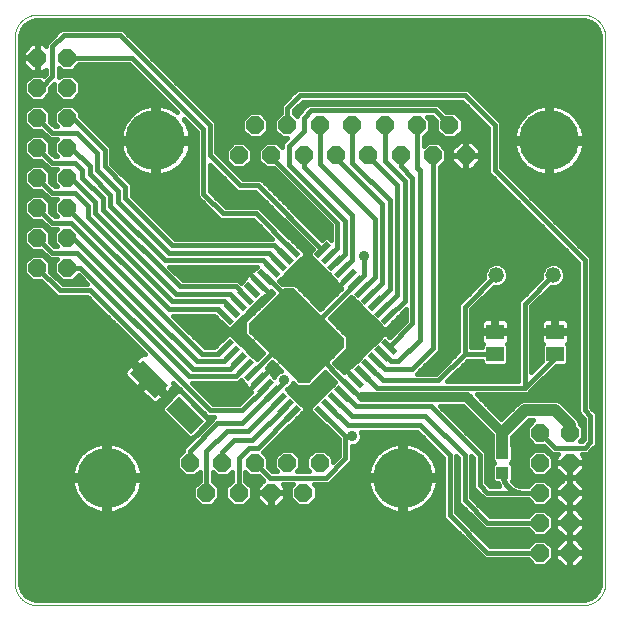
<source format=gtl>
G75*
%MOIN*%
%OFA0B0*%
%FSLAX25Y25*%
%IPPOS*%
%LPD*%
%AMOC8*
5,1,8,0,0,1.08239X$1,22.5*
%
%ADD10C,0.00000*%
%ADD11R,0.05906X0.01969*%
%ADD12R,0.01969X0.05906*%
%ADD13OC8,0.06000*%
%ADD14C,0.20000*%
%ADD15C,0.05200*%
%ADD16R,0.05906X0.05118*%
%ADD17R,0.04331X0.03937*%
%ADD18R,0.06299X0.11811*%
%ADD19C,0.04000*%
%ADD20C,0.03200*%
%ADD21C,0.01600*%
%ADD22C,0.03562*%
D10*
X0014700Y0027800D02*
X0196550Y0027800D01*
X0196731Y0027802D01*
X0196912Y0027809D01*
X0197093Y0027820D01*
X0197274Y0027835D01*
X0197454Y0027855D01*
X0197634Y0027879D01*
X0197813Y0027907D01*
X0197991Y0027940D01*
X0198168Y0027977D01*
X0198345Y0028018D01*
X0198520Y0028063D01*
X0198695Y0028113D01*
X0198868Y0028167D01*
X0199039Y0028225D01*
X0199210Y0028287D01*
X0199378Y0028354D01*
X0199545Y0028424D01*
X0199711Y0028498D01*
X0199874Y0028577D01*
X0200035Y0028659D01*
X0200195Y0028745D01*
X0200352Y0028835D01*
X0200507Y0028929D01*
X0200660Y0029026D01*
X0200810Y0029128D01*
X0200958Y0029232D01*
X0201104Y0029341D01*
X0201246Y0029452D01*
X0201386Y0029568D01*
X0201523Y0029686D01*
X0201658Y0029808D01*
X0201789Y0029933D01*
X0201917Y0030061D01*
X0202042Y0030192D01*
X0202164Y0030327D01*
X0202282Y0030464D01*
X0202398Y0030604D01*
X0202509Y0030746D01*
X0202618Y0030892D01*
X0202722Y0031040D01*
X0202824Y0031190D01*
X0202921Y0031343D01*
X0203015Y0031498D01*
X0203105Y0031655D01*
X0203191Y0031815D01*
X0203273Y0031976D01*
X0203352Y0032139D01*
X0203426Y0032305D01*
X0203496Y0032472D01*
X0203563Y0032640D01*
X0203625Y0032811D01*
X0203683Y0032982D01*
X0203737Y0033155D01*
X0203787Y0033330D01*
X0203832Y0033505D01*
X0203873Y0033682D01*
X0203910Y0033859D01*
X0203943Y0034037D01*
X0203971Y0034216D01*
X0203995Y0034396D01*
X0204015Y0034576D01*
X0204030Y0034757D01*
X0204041Y0034938D01*
X0204048Y0035119D01*
X0204050Y0035300D01*
X0204050Y0217150D01*
X0204048Y0217331D01*
X0204041Y0217512D01*
X0204030Y0217693D01*
X0204015Y0217874D01*
X0203995Y0218054D01*
X0203971Y0218234D01*
X0203943Y0218413D01*
X0203910Y0218591D01*
X0203873Y0218768D01*
X0203832Y0218945D01*
X0203787Y0219120D01*
X0203737Y0219295D01*
X0203683Y0219468D01*
X0203625Y0219639D01*
X0203563Y0219810D01*
X0203496Y0219978D01*
X0203426Y0220145D01*
X0203352Y0220311D01*
X0203273Y0220474D01*
X0203191Y0220635D01*
X0203105Y0220795D01*
X0203015Y0220952D01*
X0202921Y0221107D01*
X0202824Y0221260D01*
X0202722Y0221410D01*
X0202618Y0221558D01*
X0202509Y0221704D01*
X0202398Y0221846D01*
X0202282Y0221986D01*
X0202164Y0222123D01*
X0202042Y0222258D01*
X0201917Y0222389D01*
X0201789Y0222517D01*
X0201658Y0222642D01*
X0201523Y0222764D01*
X0201386Y0222882D01*
X0201246Y0222998D01*
X0201104Y0223109D01*
X0200958Y0223218D01*
X0200810Y0223322D01*
X0200660Y0223424D01*
X0200507Y0223521D01*
X0200352Y0223615D01*
X0200195Y0223705D01*
X0200035Y0223791D01*
X0199874Y0223873D01*
X0199711Y0223952D01*
X0199545Y0224026D01*
X0199378Y0224096D01*
X0199210Y0224163D01*
X0199039Y0224225D01*
X0198868Y0224283D01*
X0198695Y0224337D01*
X0198520Y0224387D01*
X0198345Y0224432D01*
X0198168Y0224473D01*
X0197991Y0224510D01*
X0197813Y0224543D01*
X0197634Y0224571D01*
X0197454Y0224595D01*
X0197274Y0224615D01*
X0197093Y0224630D01*
X0196912Y0224641D01*
X0196731Y0224648D01*
X0196550Y0224650D01*
X0014700Y0224650D01*
X0014519Y0224648D01*
X0014338Y0224641D01*
X0014157Y0224630D01*
X0013976Y0224615D01*
X0013796Y0224595D01*
X0013616Y0224571D01*
X0013437Y0224543D01*
X0013259Y0224510D01*
X0013082Y0224473D01*
X0012905Y0224432D01*
X0012730Y0224387D01*
X0012555Y0224337D01*
X0012382Y0224283D01*
X0012211Y0224225D01*
X0012040Y0224163D01*
X0011872Y0224096D01*
X0011705Y0224026D01*
X0011539Y0223952D01*
X0011376Y0223873D01*
X0011215Y0223791D01*
X0011055Y0223705D01*
X0010898Y0223615D01*
X0010743Y0223521D01*
X0010590Y0223424D01*
X0010440Y0223322D01*
X0010292Y0223218D01*
X0010146Y0223109D01*
X0010004Y0222998D01*
X0009864Y0222882D01*
X0009727Y0222764D01*
X0009592Y0222642D01*
X0009461Y0222517D01*
X0009333Y0222389D01*
X0009208Y0222258D01*
X0009086Y0222123D01*
X0008968Y0221986D01*
X0008852Y0221846D01*
X0008741Y0221704D01*
X0008632Y0221558D01*
X0008528Y0221410D01*
X0008426Y0221260D01*
X0008329Y0221107D01*
X0008235Y0220952D01*
X0008145Y0220795D01*
X0008059Y0220635D01*
X0007977Y0220474D01*
X0007898Y0220311D01*
X0007824Y0220145D01*
X0007754Y0219978D01*
X0007687Y0219810D01*
X0007625Y0219639D01*
X0007567Y0219468D01*
X0007513Y0219295D01*
X0007463Y0219120D01*
X0007418Y0218945D01*
X0007377Y0218768D01*
X0007340Y0218591D01*
X0007307Y0218413D01*
X0007279Y0218234D01*
X0007255Y0218054D01*
X0007235Y0217874D01*
X0007220Y0217693D01*
X0007209Y0217512D01*
X0007202Y0217331D01*
X0007200Y0217150D01*
X0007200Y0035300D01*
X0007202Y0035119D01*
X0007209Y0034938D01*
X0007220Y0034757D01*
X0007235Y0034576D01*
X0007255Y0034396D01*
X0007279Y0034216D01*
X0007307Y0034037D01*
X0007340Y0033859D01*
X0007377Y0033682D01*
X0007418Y0033505D01*
X0007463Y0033330D01*
X0007513Y0033155D01*
X0007567Y0032982D01*
X0007625Y0032811D01*
X0007687Y0032640D01*
X0007754Y0032472D01*
X0007824Y0032305D01*
X0007898Y0032139D01*
X0007977Y0031976D01*
X0008059Y0031815D01*
X0008145Y0031655D01*
X0008235Y0031498D01*
X0008329Y0031343D01*
X0008426Y0031190D01*
X0008528Y0031040D01*
X0008632Y0030892D01*
X0008741Y0030746D01*
X0008852Y0030604D01*
X0008968Y0030464D01*
X0009086Y0030327D01*
X0009208Y0030192D01*
X0009333Y0030061D01*
X0009461Y0029933D01*
X0009592Y0029808D01*
X0009727Y0029686D01*
X0009864Y0029568D01*
X0010004Y0029452D01*
X0010146Y0029341D01*
X0010292Y0029232D01*
X0010440Y0029128D01*
X0010590Y0029026D01*
X0010743Y0028929D01*
X0010898Y0028835D01*
X0011055Y0028745D01*
X0011215Y0028659D01*
X0011376Y0028577D01*
X0011539Y0028498D01*
X0011705Y0028424D01*
X0011872Y0028354D01*
X0012040Y0028287D01*
X0012211Y0028225D01*
X0012382Y0028167D01*
X0012555Y0028113D01*
X0012730Y0028063D01*
X0012905Y0028018D01*
X0013082Y0027977D01*
X0013259Y0027940D01*
X0013437Y0027907D01*
X0013616Y0027879D01*
X0013796Y0027855D01*
X0013976Y0027835D01*
X0014157Y0027820D01*
X0014338Y0027809D01*
X0014519Y0027802D01*
X0014700Y0027800D01*
D11*
G36*
X0076026Y0126844D02*
X0080201Y0122669D01*
X0078810Y0121278D01*
X0074635Y0125453D01*
X0076026Y0126844D01*
G37*
G36*
X0078253Y0129071D02*
X0082428Y0124896D01*
X0081037Y0123505D01*
X0076862Y0127680D01*
X0078253Y0129071D01*
G37*
G36*
X0080480Y0131298D02*
X0084655Y0127123D01*
X0083264Y0125732D01*
X0079089Y0129907D01*
X0080480Y0131298D01*
G37*
G36*
X0082707Y0133525D02*
X0086882Y0129350D01*
X0085491Y0127959D01*
X0081316Y0132134D01*
X0082707Y0133525D01*
G37*
G36*
X0084934Y0135752D02*
X0089109Y0131577D01*
X0087718Y0130186D01*
X0083543Y0134361D01*
X0084934Y0135752D01*
G37*
G36*
X0087161Y0137980D02*
X0091336Y0133805D01*
X0089945Y0132414D01*
X0085770Y0136589D01*
X0087161Y0137980D01*
G37*
G36*
X0089389Y0140207D02*
X0093564Y0136032D01*
X0092173Y0134641D01*
X0087998Y0138816D01*
X0089389Y0140207D01*
G37*
G36*
X0091616Y0142434D02*
X0095791Y0138259D01*
X0094400Y0136868D01*
X0090225Y0141043D01*
X0091616Y0142434D01*
G37*
G36*
X0093843Y0144661D02*
X0098018Y0140486D01*
X0096627Y0139095D01*
X0092452Y0143270D01*
X0093843Y0144661D01*
G37*
G36*
X0096070Y0146888D02*
X0100245Y0142713D01*
X0098854Y0141322D01*
X0094679Y0145497D01*
X0096070Y0146888D01*
G37*
G36*
X0098297Y0149115D02*
X0102472Y0144940D01*
X0101081Y0143549D01*
X0096906Y0147724D01*
X0098297Y0149115D01*
G37*
G36*
X0128363Y0114595D02*
X0132538Y0110420D01*
X0131147Y0109029D01*
X0126972Y0113204D01*
X0128363Y0114595D01*
G37*
G36*
X0130590Y0116822D02*
X0134765Y0112647D01*
X0133374Y0111256D01*
X0129199Y0115431D01*
X0130590Y0116822D01*
G37*
G36*
X0126136Y0112368D02*
X0130311Y0108193D01*
X0128920Y0106802D01*
X0124745Y0110977D01*
X0126136Y0112368D01*
G37*
G36*
X0123909Y0110141D02*
X0128084Y0105966D01*
X0126693Y0104575D01*
X0122518Y0108750D01*
X0123909Y0110141D01*
G37*
G36*
X0121682Y0107914D02*
X0125857Y0103739D01*
X0124466Y0102348D01*
X0120291Y0106523D01*
X0121682Y0107914D01*
G37*
G36*
X0119455Y0105686D02*
X0123630Y0101511D01*
X0122239Y0100120D01*
X0118064Y0104295D01*
X0119455Y0105686D01*
G37*
G36*
X0117227Y0103459D02*
X0121402Y0099284D01*
X0120011Y0097893D01*
X0115836Y0102068D01*
X0117227Y0103459D01*
G37*
G36*
X0115000Y0101232D02*
X0119175Y0097057D01*
X0117784Y0095666D01*
X0113609Y0099841D01*
X0115000Y0101232D01*
G37*
G36*
X0112773Y0099005D02*
X0116948Y0094830D01*
X0115557Y0093439D01*
X0111382Y0097614D01*
X0112773Y0099005D01*
G37*
G36*
X0110546Y0096778D02*
X0114721Y0092603D01*
X0113330Y0091212D01*
X0109155Y0095387D01*
X0110546Y0096778D01*
G37*
G36*
X0108319Y0094551D02*
X0112494Y0090376D01*
X0111103Y0088985D01*
X0106928Y0093160D01*
X0108319Y0094551D01*
G37*
D12*
G36*
X0101081Y0094551D02*
X0102472Y0093160D01*
X0098297Y0088985D01*
X0096906Y0090376D01*
X0101081Y0094551D01*
G37*
G36*
X0098854Y0096778D02*
X0100245Y0095387D01*
X0096070Y0091212D01*
X0094679Y0092603D01*
X0098854Y0096778D01*
G37*
G36*
X0096627Y0099005D02*
X0098018Y0097614D01*
X0093843Y0093439D01*
X0092452Y0094830D01*
X0096627Y0099005D01*
G37*
G36*
X0094400Y0101232D02*
X0095791Y0099841D01*
X0091616Y0095666D01*
X0090225Y0097057D01*
X0094400Y0101232D01*
G37*
G36*
X0092173Y0103459D02*
X0093564Y0102068D01*
X0089389Y0097893D01*
X0087998Y0099284D01*
X0092173Y0103459D01*
G37*
G36*
X0089945Y0105686D02*
X0091336Y0104295D01*
X0087161Y0100120D01*
X0085770Y0101511D01*
X0089945Y0105686D01*
G37*
G36*
X0087718Y0107914D02*
X0089109Y0106523D01*
X0084934Y0102348D01*
X0083543Y0103739D01*
X0087718Y0107914D01*
G37*
G36*
X0085491Y0110141D02*
X0086882Y0108750D01*
X0082707Y0104575D01*
X0081316Y0105966D01*
X0085491Y0110141D01*
G37*
G36*
X0083264Y0112368D02*
X0084655Y0110977D01*
X0080480Y0106802D01*
X0079089Y0108193D01*
X0083264Y0112368D01*
G37*
G36*
X0081037Y0114595D02*
X0082428Y0113204D01*
X0078253Y0109029D01*
X0076862Y0110420D01*
X0081037Y0114595D01*
G37*
G36*
X0078810Y0116822D02*
X0080201Y0115431D01*
X0076026Y0111256D01*
X0074635Y0112647D01*
X0078810Y0116822D01*
G37*
G36*
X0111103Y0149115D02*
X0112494Y0147724D01*
X0108319Y0143549D01*
X0106928Y0144940D01*
X0111103Y0149115D01*
G37*
G36*
X0113330Y0146888D02*
X0114721Y0145497D01*
X0110546Y0141322D01*
X0109155Y0142713D01*
X0113330Y0146888D01*
G37*
G36*
X0115557Y0144661D02*
X0116948Y0143270D01*
X0112773Y0139095D01*
X0111382Y0140486D01*
X0115557Y0144661D01*
G37*
G36*
X0117784Y0142434D02*
X0119175Y0141043D01*
X0115000Y0136868D01*
X0113609Y0138259D01*
X0117784Y0142434D01*
G37*
G36*
X0120011Y0140207D02*
X0121402Y0138816D01*
X0117227Y0134641D01*
X0115836Y0136032D01*
X0120011Y0140207D01*
G37*
G36*
X0122239Y0137980D02*
X0123630Y0136589D01*
X0119455Y0132414D01*
X0118064Y0133805D01*
X0122239Y0137980D01*
G37*
G36*
X0124466Y0135752D02*
X0125857Y0134361D01*
X0121682Y0130186D01*
X0120291Y0131577D01*
X0124466Y0135752D01*
G37*
G36*
X0126693Y0133525D02*
X0128084Y0132134D01*
X0123909Y0127959D01*
X0122518Y0129350D01*
X0126693Y0133525D01*
G37*
G36*
X0128920Y0131298D02*
X0130311Y0129907D01*
X0126136Y0125732D01*
X0124745Y0127123D01*
X0128920Y0131298D01*
G37*
G36*
X0131147Y0129071D02*
X0132538Y0127680D01*
X0128363Y0123505D01*
X0126972Y0124896D01*
X0131147Y0129071D01*
G37*
G36*
X0133374Y0126844D02*
X0134765Y0125453D01*
X0130590Y0121278D01*
X0129199Y0122669D01*
X0133374Y0126844D01*
G37*
D13*
X0135900Y0177800D03*
X0130500Y0187800D03*
X0125100Y0177800D03*
X0119700Y0187800D03*
X0114300Y0177800D03*
X0108900Y0187800D03*
X0103500Y0177800D03*
X0098100Y0187800D03*
X0092700Y0177800D03*
X0087300Y0187800D03*
X0081900Y0177800D03*
X0024700Y0180300D03*
X0024700Y0170300D03*
X0024700Y0160300D03*
X0024700Y0150300D03*
X0024700Y0140300D03*
X0014700Y0140300D03*
X0014700Y0150300D03*
X0014700Y0160300D03*
X0014700Y0170300D03*
X0014700Y0180300D03*
X0014700Y0190300D03*
X0014700Y0200300D03*
X0014700Y0210300D03*
X0024700Y0210300D03*
X0024700Y0200300D03*
X0024700Y0190300D03*
X0065600Y0075300D03*
X0071000Y0065300D03*
X0076400Y0075300D03*
X0081800Y0065300D03*
X0087200Y0075300D03*
X0092600Y0065300D03*
X0098000Y0075300D03*
X0103400Y0065300D03*
X0108800Y0075300D03*
X0182200Y0075300D03*
X0182200Y0065300D03*
X0182200Y0055300D03*
X0182200Y0045300D03*
X0192200Y0045300D03*
X0192200Y0055300D03*
X0192200Y0065300D03*
X0192200Y0075300D03*
X0192200Y0085300D03*
X0182200Y0085300D03*
X0157500Y0177800D03*
X0152100Y0187800D03*
X0146700Y0177800D03*
X0141300Y0187800D03*
D14*
X0185300Y0182800D03*
X0136500Y0070300D03*
X0054100Y0182800D03*
X0037900Y0070300D03*
D15*
X0167700Y0137800D03*
X0186700Y0137800D03*
D16*
X0187200Y0119040D03*
X0187200Y0111560D03*
X0167200Y0111560D03*
X0167200Y0119040D03*
D17*
X0169700Y0078646D03*
X0169700Y0071954D03*
D18*
G36*
X0070320Y0089349D02*
X0065866Y0084895D01*
X0057516Y0093245D01*
X0061970Y0097699D01*
X0070320Y0089349D01*
G37*
G36*
X0058349Y0101320D02*
X0053895Y0096866D01*
X0045545Y0105216D01*
X0049999Y0109670D01*
X0058349Y0101320D01*
G37*
D19*
X0169700Y0085300D02*
X0169700Y0078646D01*
X0169700Y0085300D02*
X0177200Y0092800D01*
X0187200Y0092800D01*
X0192200Y0087800D01*
X0192200Y0085300D01*
D20*
X0169700Y0085300D02*
X0157825Y0097175D01*
X0122825Y0097175D01*
D21*
X0122121Y0097175D01*
X0118619Y0100676D01*
X0106848Y0112448D01*
X0093644Y0112448D01*
X0086326Y0105131D01*
X0084099Y0107358D02*
X0080792Y0104050D01*
X0065325Y0104050D01*
X0029075Y0140300D01*
X0024700Y0140300D01*
X0021277Y0143100D02*
X0020300Y0142123D01*
X0020300Y0138477D01*
X0022877Y0135900D01*
X0026523Y0135900D01*
X0028443Y0137821D01*
X0031264Y0135000D01*
X0023111Y0135000D01*
X0019100Y0139011D01*
X0019100Y0142123D01*
X0016523Y0144700D01*
X0012877Y0144700D01*
X0010300Y0142123D01*
X0010300Y0138477D01*
X0012877Y0135900D01*
X0015989Y0135900D01*
X0021289Y0130600D01*
X0031289Y0130600D01*
X0050485Y0111403D01*
X0050235Y0111470D01*
X0049761Y0111470D01*
X0049303Y0111348D01*
X0048893Y0111111D01*
X0047046Y0109264D01*
X0051947Y0104363D01*
X0050851Y0103268D01*
X0045950Y0108168D01*
X0044104Y0106321D01*
X0043867Y0105911D01*
X0043744Y0105453D01*
X0043744Y0104979D01*
X0043867Y0104521D01*
X0044104Y0104111D01*
X0047899Y0100316D01*
X0050851Y0103268D01*
X0051947Y0102172D01*
X0053043Y0103268D01*
X0057943Y0098367D01*
X0059790Y0100214D01*
X0060027Y0100624D01*
X0060150Y0101082D01*
X0060150Y0101556D01*
X0060083Y0101806D01*
X0071289Y0090600D01*
X0073764Y0090600D01*
X0072500Y0089336D01*
X0063400Y0080236D01*
X0063400Y0079323D01*
X0061200Y0077123D01*
X0061200Y0073477D01*
X0063777Y0070900D01*
X0067423Y0070900D01*
X0068800Y0072277D01*
X0068800Y0069323D01*
X0066600Y0067123D01*
X0066600Y0063477D01*
X0069177Y0060900D01*
X0072823Y0060900D01*
X0075400Y0063477D01*
X0075400Y0067123D01*
X0073200Y0069323D01*
X0073200Y0072277D01*
X0074577Y0070900D01*
X0078223Y0070900D01*
X0079600Y0072277D01*
X0079600Y0069323D01*
X0077400Y0067123D01*
X0077400Y0063477D01*
X0079977Y0060900D01*
X0083623Y0060900D01*
X0086200Y0063477D01*
X0086200Y0067123D01*
X0084000Y0069323D01*
X0084000Y0072277D01*
X0085377Y0070900D01*
X0088489Y0070900D01*
X0089950Y0069438D01*
X0087800Y0067288D01*
X0087800Y0065500D01*
X0092400Y0065500D01*
X0092400Y0065100D01*
X0092800Y0065100D01*
X0092800Y0065500D01*
X0097400Y0065500D01*
X0097400Y0067288D01*
X0096588Y0068100D01*
X0099977Y0068100D01*
X0099000Y0067123D01*
X0099000Y0063477D01*
X0101577Y0060900D01*
X0105223Y0060900D01*
X0107800Y0063477D01*
X0107800Y0067123D01*
X0106823Y0068100D01*
X0111861Y0068100D01*
X0118340Y0074579D01*
X0119629Y0075868D01*
X0119629Y0080869D01*
X0120333Y0080869D01*
X0121502Y0081353D01*
X0122397Y0082248D01*
X0122881Y0083417D01*
X0122881Y0084683D01*
X0122501Y0085600D01*
X0141289Y0085600D01*
X0150000Y0076889D01*
X0150000Y0056889D01*
X0162500Y0044389D01*
X0163789Y0043100D01*
X0178177Y0043100D01*
X0180377Y0040900D01*
X0184023Y0040900D01*
X0186600Y0043477D01*
X0186600Y0047123D01*
X0184023Y0049700D01*
X0180377Y0049700D01*
X0178177Y0047500D01*
X0165611Y0047500D01*
X0154400Y0058711D01*
X0154400Y0077489D01*
X0155000Y0076889D01*
X0155000Y0061889D01*
X0162500Y0054389D01*
X0163789Y0053100D01*
X0178177Y0053100D01*
X0180377Y0050900D01*
X0184023Y0050900D01*
X0186600Y0053477D01*
X0186600Y0057123D01*
X0184023Y0059700D01*
X0180377Y0059700D01*
X0178177Y0057500D01*
X0165611Y0057500D01*
X0159400Y0063711D01*
X0159400Y0077489D01*
X0160000Y0076889D01*
X0160000Y0066889D01*
X0161289Y0065600D01*
X0163789Y0063100D01*
X0178177Y0063100D01*
X0180377Y0060900D01*
X0184023Y0060900D01*
X0186600Y0063477D01*
X0186600Y0067123D01*
X0184023Y0069700D01*
X0180377Y0069700D01*
X0178177Y0067500D01*
X0176354Y0067500D01*
X0175657Y0067555D01*
X0174332Y0067985D01*
X0173204Y0068804D01*
X0172977Y0069117D01*
X0173265Y0069405D01*
X0173265Y0074502D01*
X0172467Y0075300D01*
X0173265Y0076098D01*
X0173265Y0081195D01*
X0173100Y0081360D01*
X0173100Y0083892D01*
X0178608Y0089400D01*
X0180077Y0089400D01*
X0177800Y0087123D01*
X0177800Y0083477D01*
X0180377Y0080900D01*
X0183489Y0080900D01*
X0186289Y0078100D01*
X0188212Y0078100D01*
X0187400Y0077288D01*
X0187400Y0075500D01*
X0192000Y0075500D01*
X0192000Y0075100D01*
X0192400Y0075100D01*
X0192400Y0075500D01*
X0197000Y0075500D01*
X0197000Y0077288D01*
X0196188Y0078100D01*
X0198111Y0078100D01*
X0199400Y0079389D01*
X0201275Y0081264D01*
X0201275Y0091836D01*
X0199986Y0093125D01*
X0199400Y0093711D01*
X0199400Y0143711D01*
X0169400Y0173711D01*
X0169400Y0188711D01*
X0168111Y0190000D01*
X0158111Y0200000D01*
X0101289Y0200000D01*
X0100000Y0198711D01*
X0095900Y0194611D01*
X0095900Y0191823D01*
X0093700Y0189623D01*
X0093700Y0185977D01*
X0096277Y0183400D01*
X0097814Y0183400D01*
X0096250Y0181836D01*
X0096250Y0180473D01*
X0094523Y0182200D01*
X0090877Y0182200D01*
X0088300Y0179623D01*
X0088300Y0175977D01*
X0090877Y0173400D01*
X0093489Y0173400D01*
X0112500Y0154389D01*
X0112500Y0149699D01*
X0111683Y0150516D01*
X0110523Y0150516D01*
X0109581Y0149574D01*
X0090443Y0168711D01*
X0089154Y0170000D01*
X0083111Y0170000D01*
X0074400Y0178711D01*
X0074400Y0188711D01*
X0044400Y0218711D01*
X0043111Y0220000D01*
X0022539Y0220000D01*
X0021250Y0218711D01*
X0018789Y0216250D01*
X0017500Y0214961D01*
X0017500Y0214288D01*
X0016688Y0215100D01*
X0014900Y0215100D01*
X0014900Y0210500D01*
X0014500Y0210500D01*
X0014500Y0215100D01*
X0012712Y0215100D01*
X0009900Y0212288D01*
X0009900Y0210500D01*
X0014500Y0210500D01*
X0014500Y0210100D01*
X0014900Y0210100D01*
X0014900Y0205500D01*
X0016688Y0205500D01*
X0017500Y0206312D01*
X0017500Y0204961D01*
X0016881Y0204342D01*
X0016523Y0204700D01*
X0012877Y0204700D01*
X0010300Y0202123D01*
X0010300Y0198477D01*
X0012877Y0195900D01*
X0016523Y0195900D01*
X0019100Y0198477D01*
X0019100Y0200339D01*
X0020300Y0201539D01*
X0020300Y0198477D01*
X0022877Y0195900D01*
X0026523Y0195900D01*
X0029100Y0198477D01*
X0029100Y0202123D01*
X0026523Y0204700D01*
X0022877Y0204700D01*
X0021900Y0203723D01*
X0021900Y0206877D01*
X0022877Y0205900D01*
X0026523Y0205900D01*
X0028723Y0208100D01*
X0045339Y0208100D01*
X0061240Y0192199D01*
X0060939Y0192439D01*
X0059817Y0193144D01*
X0058623Y0193719D01*
X0057372Y0194157D01*
X0056080Y0194452D01*
X0054900Y0194585D01*
X0054900Y0183600D01*
X0065885Y0183600D01*
X0065752Y0184780D01*
X0065457Y0186072D01*
X0065019Y0187323D01*
X0064444Y0188517D01*
X0063739Y0189639D01*
X0063499Y0189940D01*
X0067800Y0185639D01*
X0067800Y0164089D01*
X0069089Y0162800D01*
X0075664Y0156225D01*
X0086685Y0156225D01*
X0092910Y0150000D01*
X0060611Y0150000D01*
X0046275Y0164336D01*
X0046275Y0168086D01*
X0039400Y0174961D01*
X0039400Y0180586D01*
X0029100Y0190886D01*
X0029100Y0192123D01*
X0026523Y0194700D01*
X0022877Y0194700D01*
X0020300Y0192123D01*
X0020300Y0188477D01*
X0021277Y0187500D01*
X0020611Y0187500D01*
X0019100Y0189011D01*
X0019100Y0192123D01*
X0016523Y0194700D01*
X0012877Y0194700D01*
X0010300Y0192123D01*
X0010300Y0188477D01*
X0012877Y0185900D01*
X0015989Y0185900D01*
X0018789Y0183100D01*
X0021277Y0183100D01*
X0020300Y0182123D01*
X0020300Y0178477D01*
X0021277Y0177500D01*
X0020611Y0177500D01*
X0019100Y0179011D01*
X0019100Y0182123D01*
X0016523Y0184700D01*
X0012877Y0184700D01*
X0010300Y0182123D01*
X0010300Y0178477D01*
X0012877Y0175900D01*
X0015989Y0175900D01*
X0018789Y0173100D01*
X0021277Y0173100D01*
X0020300Y0172123D01*
X0020300Y0168477D01*
X0021277Y0167500D01*
X0020611Y0167500D01*
X0019100Y0169011D01*
X0019100Y0172123D01*
X0016523Y0174700D01*
X0012877Y0174700D01*
X0010300Y0172123D01*
X0010300Y0168477D01*
X0012877Y0165900D01*
X0015989Y0165900D01*
X0018789Y0163100D01*
X0021277Y0163100D01*
X0020300Y0162123D01*
X0020300Y0158477D01*
X0021277Y0157500D01*
X0020611Y0157500D01*
X0019100Y0159011D01*
X0019100Y0162123D01*
X0016523Y0164700D01*
X0012877Y0164700D01*
X0010300Y0162123D01*
X0010300Y0158477D01*
X0012877Y0155900D01*
X0015989Y0155900D01*
X0018789Y0153100D01*
X0021277Y0153100D01*
X0020300Y0152123D01*
X0020300Y0148477D01*
X0021277Y0147500D01*
X0020611Y0147500D01*
X0019100Y0149011D01*
X0019100Y0152123D01*
X0016523Y0154700D01*
X0012877Y0154700D01*
X0010300Y0152123D01*
X0010300Y0148477D01*
X0012877Y0145900D01*
X0015989Y0145900D01*
X0018789Y0143100D01*
X0021277Y0143100D01*
X0021070Y0142893D02*
X0018330Y0142893D01*
X0019100Y0141294D02*
X0020300Y0141294D01*
X0020300Y0139696D02*
X0019100Y0139696D01*
X0020014Y0138097D02*
X0020680Y0138097D01*
X0021612Y0136499D02*
X0022279Y0136499D01*
X0022200Y0132800D02*
X0014700Y0140300D01*
X0011070Y0142893D02*
X0009000Y0142893D01*
X0009000Y0144491D02*
X0012669Y0144491D01*
X0012688Y0146090D02*
X0009000Y0146090D01*
X0009000Y0147688D02*
X0011089Y0147688D01*
X0010300Y0149287D02*
X0009000Y0149287D01*
X0009000Y0150885D02*
X0010300Y0150885D01*
X0010661Y0152484D02*
X0009000Y0152484D01*
X0009000Y0154082D02*
X0012260Y0154082D01*
X0009000Y0155681D02*
X0016208Y0155681D01*
X0017140Y0154082D02*
X0017806Y0154082D01*
X0018739Y0152484D02*
X0020661Y0152484D01*
X0020300Y0150885D02*
X0019100Y0150885D01*
X0019100Y0149287D02*
X0020300Y0149287D01*
X0020423Y0147688D02*
X0021089Y0147688D01*
X0019700Y0145300D02*
X0014700Y0150300D01*
X0016731Y0144491D02*
X0017397Y0144491D01*
X0019700Y0145300D02*
X0027825Y0145300D01*
X0066575Y0106550D01*
X0078837Y0106550D01*
X0081872Y0109585D01*
X0079645Y0111812D02*
X0076883Y0109050D01*
X0067825Y0109050D01*
X0050950Y0125925D01*
X0026575Y0150300D01*
X0024700Y0150300D01*
X0025950Y0155300D02*
X0019700Y0155300D01*
X0014700Y0160300D01*
X0017549Y0163673D02*
X0018215Y0163673D01*
X0019100Y0162075D02*
X0020300Y0162075D01*
X0020300Y0160476D02*
X0019100Y0160476D01*
X0019233Y0158878D02*
X0020300Y0158878D01*
X0024700Y0160300D02*
X0058450Y0126550D01*
X0074929Y0126550D01*
X0077418Y0124061D01*
X0075995Y0122112D02*
X0062249Y0122112D01*
X0063848Y0120514D02*
X0077593Y0120514D01*
X0078230Y0119877D02*
X0079390Y0119877D01*
X0081602Y0122089D01*
X0081602Y0122104D01*
X0081617Y0122104D01*
X0083829Y0124316D01*
X0083829Y0124331D01*
X0083844Y0124331D01*
X0086056Y0126543D01*
X0086056Y0126558D01*
X0086071Y0126558D01*
X0088283Y0128770D01*
X0088283Y0128786D01*
X0088298Y0128786D01*
X0090125Y0130613D01*
X0090182Y0130613D01*
X0090640Y0130735D01*
X0091051Y0130972D01*
X0091914Y0131836D01*
X0092586Y0132507D01*
X0093191Y0131902D01*
X0085039Y0123750D01*
X0083750Y0122461D01*
X0083750Y0118139D01*
X0089987Y0111902D01*
X0087849Y0109764D01*
X0086071Y0111542D01*
X0086056Y0111542D01*
X0086056Y0111557D01*
X0083844Y0113769D01*
X0083829Y0113769D01*
X0083829Y0113784D01*
X0081617Y0115996D01*
X0081602Y0115996D01*
X0081602Y0116011D01*
X0079390Y0118223D01*
X0078230Y0118223D01*
X0073757Y0113750D01*
X0070611Y0113750D01*
X0060011Y0124350D01*
X0073757Y0124350D01*
X0078230Y0119877D01*
X0080026Y0120514D02*
X0083750Y0120514D01*
X0083750Y0122112D02*
X0081625Y0122112D01*
X0083223Y0123711D02*
X0084999Y0123711D01*
X0084822Y0125309D02*
X0086598Y0125309D01*
X0086420Y0126908D02*
X0088196Y0126908D01*
X0088019Y0128506D02*
X0089795Y0128506D01*
X0089617Y0130105D02*
X0091393Y0130105D01*
X0091782Y0131703D02*
X0092992Y0131703D01*
X0091914Y0131836D02*
X0088554Y0135196D01*
X0088553Y0135196D01*
X0091914Y0131836D01*
X0090448Y0133302D02*
X0090448Y0133302D01*
X0088850Y0134900D02*
X0088850Y0134900D01*
X0088553Y0135197D02*
X0085193Y0138557D01*
X0084329Y0137694D01*
X0084092Y0137283D01*
X0083970Y0136825D01*
X0083970Y0136768D01*
X0082577Y0135376D01*
X0081703Y0136250D01*
X0063111Y0136250D01*
X0058761Y0140600D01*
X0083111Y0140600D01*
X0083111Y0140600D01*
X0087801Y0140600D01*
X0086982Y0139780D01*
X0086925Y0139780D01*
X0086467Y0139658D01*
X0086056Y0139421D01*
X0085193Y0138557D01*
X0088553Y0135197D01*
X0088553Y0135197D01*
X0087251Y0136499D02*
X0087251Y0136499D01*
X0085653Y0138097D02*
X0085653Y0138097D01*
X0084733Y0138097D02*
X0061264Y0138097D01*
X0062862Y0136499D02*
X0083700Y0136499D01*
X0080792Y0134050D02*
X0062200Y0134050D01*
X0036575Y0159675D01*
X0036575Y0163425D01*
X0029700Y0170300D01*
X0029700Y0172800D01*
X0027200Y0175300D01*
X0019700Y0175300D01*
X0014700Y0180300D01*
X0018367Y0182856D02*
X0021033Y0182856D01*
X0020300Y0181257D02*
X0019100Y0181257D01*
X0019100Y0179659D02*
X0020300Y0179659D01*
X0020051Y0178060D02*
X0020717Y0178060D01*
X0017026Y0174863D02*
X0009000Y0174863D01*
X0009000Y0173265D02*
X0011442Y0173265D01*
X0010300Y0171666D02*
X0009000Y0171666D01*
X0009000Y0170068D02*
X0010300Y0170068D01*
X0010308Y0168469D02*
X0009000Y0168469D01*
X0009000Y0166870D02*
X0011907Y0166870D01*
X0011851Y0163673D02*
X0009000Y0163673D01*
X0009000Y0162075D02*
X0010300Y0162075D01*
X0010300Y0160476D02*
X0009000Y0160476D01*
X0009000Y0158878D02*
X0010300Y0158878D01*
X0011498Y0157279D02*
X0009000Y0157279D01*
X0009000Y0165272D02*
X0016617Y0165272D01*
X0019700Y0165300D02*
X0014700Y0170300D01*
X0017958Y0173265D02*
X0018624Y0173265D01*
X0019100Y0171666D02*
X0020300Y0171666D01*
X0020300Y0170068D02*
X0019100Y0170068D01*
X0019642Y0168469D02*
X0020308Y0168469D01*
X0019700Y0165300D02*
X0027200Y0165300D01*
X0031575Y0160925D01*
X0031575Y0157175D01*
X0059700Y0129050D01*
X0076883Y0129050D01*
X0079645Y0126288D01*
X0081872Y0128515D02*
X0078837Y0131550D01*
X0060950Y0131550D01*
X0034075Y0158425D01*
X0034075Y0162175D01*
X0025950Y0170300D01*
X0024700Y0170300D01*
X0032200Y0171550D02*
X0032200Y0174050D01*
X0025950Y0180300D01*
X0024700Y0180300D01*
X0027825Y0185300D02*
X0019700Y0185300D01*
X0014700Y0190300D01*
X0017177Y0194045D02*
X0022223Y0194045D01*
X0020624Y0192447D02*
X0018776Y0192447D01*
X0019100Y0190848D02*
X0020300Y0190848D01*
X0020300Y0189250D02*
X0019100Y0189250D01*
X0020460Y0187651D02*
X0021126Y0187651D01*
X0024700Y0190300D02*
X0026575Y0190300D01*
X0037200Y0179675D01*
X0037200Y0174050D01*
X0044075Y0167175D01*
X0044075Y0163425D01*
X0059700Y0147800D01*
X0093767Y0147800D01*
X0097462Y0144105D01*
X0099689Y0146332D02*
X0087596Y0158425D01*
X0076575Y0158425D01*
X0070000Y0165000D01*
X0070000Y0186550D01*
X0046250Y0210300D01*
X0024700Y0210300D01*
X0027456Y0206833D02*
X0046605Y0206833D01*
X0048204Y0205235D02*
X0021900Y0205235D01*
X0021900Y0206833D02*
X0021944Y0206833D01*
X0019700Y0204050D02*
X0015950Y0200300D01*
X0014700Y0200300D01*
X0015325Y0200300D01*
X0019200Y0200439D02*
X0020300Y0200439D01*
X0020300Y0198841D02*
X0019100Y0198841D01*
X0017865Y0197242D02*
X0021535Y0197242D01*
X0027177Y0194045D02*
X0050510Y0194045D01*
X0050828Y0194157D02*
X0049577Y0193719D01*
X0048383Y0193144D01*
X0047261Y0192439D01*
X0046225Y0191612D01*
X0045288Y0190675D01*
X0044461Y0189639D01*
X0043756Y0188517D01*
X0043181Y0187323D01*
X0042743Y0186072D01*
X0042448Y0184780D01*
X0042315Y0183600D01*
X0053300Y0183600D01*
X0053300Y0194585D01*
X0052120Y0194452D01*
X0050828Y0194157D01*
X0053300Y0194045D02*
X0054900Y0194045D01*
X0054900Y0192447D02*
X0053300Y0192447D01*
X0053300Y0190848D02*
X0054900Y0190848D01*
X0054900Y0189250D02*
X0053300Y0189250D01*
X0053300Y0187651D02*
X0054900Y0187651D01*
X0054900Y0186053D02*
X0053300Y0186053D01*
X0053300Y0184454D02*
X0054900Y0184454D01*
X0054900Y0183600D02*
X0053300Y0183600D01*
X0053300Y0182000D01*
X0054900Y0182000D01*
X0054900Y0183600D01*
X0054900Y0182856D02*
X0067800Y0182856D01*
X0067800Y0184454D02*
X0065788Y0184454D01*
X0065461Y0186053D02*
X0067386Y0186053D01*
X0065788Y0187651D02*
X0064861Y0187651D01*
X0064189Y0189250D02*
X0063983Y0189250D01*
X0060992Y0192447D02*
X0060927Y0192447D01*
X0059394Y0194045D02*
X0057690Y0194045D01*
X0057795Y0195644D02*
X0009000Y0195644D01*
X0009000Y0197242D02*
X0011535Y0197242D01*
X0010300Y0198841D02*
X0009000Y0198841D01*
X0009000Y0200439D02*
X0010300Y0200439D01*
X0010300Y0202038D02*
X0009000Y0202038D01*
X0009000Y0203636D02*
X0011814Y0203636D01*
X0012712Y0205500D02*
X0014500Y0205500D01*
X0014500Y0210100D01*
X0009900Y0210100D01*
X0009900Y0208312D01*
X0012712Y0205500D01*
X0011379Y0206833D02*
X0009000Y0206833D01*
X0009000Y0205235D02*
X0017500Y0205235D01*
X0019700Y0204050D02*
X0019700Y0214050D01*
X0023450Y0217800D01*
X0042200Y0217800D01*
X0072200Y0187800D01*
X0072200Y0177800D01*
X0082200Y0167800D01*
X0088243Y0167800D01*
X0109711Y0146332D01*
X0111938Y0144105D02*
X0114700Y0146867D01*
X0114700Y0155300D01*
X0092700Y0177300D01*
X0092700Y0177800D01*
X0095465Y0181257D02*
X0096250Y0181257D01*
X0097269Y0182856D02*
X0074400Y0182856D01*
X0074400Y0184454D02*
X0084423Y0184454D01*
X0085477Y0183400D02*
X0089123Y0183400D01*
X0091700Y0185977D01*
X0091700Y0189623D01*
X0089123Y0192200D01*
X0085477Y0192200D01*
X0082900Y0189623D01*
X0082900Y0185977D01*
X0085477Y0183400D01*
X0083723Y0182200D02*
X0080077Y0182200D01*
X0077500Y0179623D01*
X0077500Y0175977D01*
X0080077Y0173400D01*
X0083723Y0173400D01*
X0086300Y0175977D01*
X0086300Y0179623D01*
X0083723Y0182200D01*
X0084665Y0181257D02*
X0089935Y0181257D01*
X0088336Y0179659D02*
X0086264Y0179659D01*
X0086300Y0178060D02*
X0088300Y0178060D01*
X0088300Y0176462D02*
X0086300Y0176462D01*
X0085186Y0174863D02*
X0089414Y0174863D01*
X0093624Y0173265D02*
X0079847Y0173265D01*
X0078614Y0174863D02*
X0078248Y0174863D01*
X0077500Y0176462D02*
X0076650Y0176462D01*
X0077500Y0178060D02*
X0075051Y0178060D01*
X0074400Y0179659D02*
X0077536Y0179659D01*
X0079135Y0181257D02*
X0074400Y0181257D01*
X0074400Y0186053D02*
X0082900Y0186053D01*
X0082900Y0187651D02*
X0074400Y0187651D01*
X0073862Y0189250D02*
X0082900Y0189250D01*
X0084126Y0190848D02*
X0072263Y0190848D01*
X0070665Y0192447D02*
X0095900Y0192447D01*
X0095900Y0194045D02*
X0069066Y0194045D01*
X0067468Y0195644D02*
X0096932Y0195644D01*
X0098531Y0197242D02*
X0065869Y0197242D01*
X0064271Y0198841D02*
X0100129Y0198841D01*
X0102200Y0197800D02*
X0157200Y0197800D01*
X0167200Y0187800D01*
X0167200Y0172800D01*
X0197200Y0142800D01*
X0197200Y0092800D01*
X0199075Y0090925D01*
X0199075Y0082175D01*
X0197200Y0080300D01*
X0187200Y0080300D01*
X0182200Y0085300D01*
X0179128Y0082149D02*
X0173100Y0082149D01*
X0173100Y0083748D02*
X0177800Y0083748D01*
X0177800Y0085346D02*
X0174555Y0085346D01*
X0176153Y0086945D02*
X0177800Y0086945D01*
X0177752Y0088543D02*
X0179221Y0088543D01*
X0174318Y0094726D02*
X0169417Y0089825D01*
X0161143Y0098100D01*
X0178111Y0098100D01*
X0179400Y0099389D01*
X0187612Y0107601D01*
X0190733Y0107601D01*
X0191553Y0108421D01*
X0191553Y0114699D01*
X0191228Y0115023D01*
X0191258Y0115041D01*
X0191593Y0115376D01*
X0191830Y0115786D01*
X0191953Y0116244D01*
X0191953Y0118561D01*
X0187680Y0118561D01*
X0187680Y0119520D01*
X0191953Y0119520D01*
X0191953Y0121836D01*
X0191830Y0122294D01*
X0191593Y0122704D01*
X0191258Y0123040D01*
X0190848Y0123277D01*
X0190390Y0123399D01*
X0187680Y0123399D01*
X0187680Y0119520D01*
X0186720Y0119520D01*
X0186720Y0118561D01*
X0182447Y0118561D01*
X0182447Y0116244D01*
X0182570Y0115786D01*
X0182807Y0115376D01*
X0183142Y0115041D01*
X0183172Y0115023D01*
X0182847Y0114699D01*
X0182847Y0109059D01*
X0179400Y0105611D01*
X0179400Y0127389D01*
X0185839Y0133827D01*
X0185904Y0133800D01*
X0187496Y0133800D01*
X0188966Y0134409D01*
X0190091Y0135534D01*
X0190700Y0137004D01*
X0190700Y0138596D01*
X0190091Y0140066D01*
X0188966Y0141191D01*
X0187496Y0141800D01*
X0185904Y0141800D01*
X0184434Y0141191D01*
X0183309Y0140066D01*
X0182700Y0138596D01*
X0182700Y0137004D01*
X0182727Y0136939D01*
X0176289Y0130500D01*
X0175000Y0129211D01*
X0175000Y0102500D01*
X0151251Y0102500D01*
X0158111Y0109360D01*
X0162847Y0109360D01*
X0162847Y0108421D01*
X0163667Y0107601D01*
X0170733Y0107601D01*
X0171553Y0108421D01*
X0171553Y0114699D01*
X0171228Y0115023D01*
X0171258Y0115041D01*
X0171593Y0115376D01*
X0171830Y0115786D01*
X0171953Y0116244D01*
X0171953Y0118561D01*
X0167680Y0118561D01*
X0167680Y0119520D01*
X0171953Y0119520D01*
X0171953Y0121836D01*
X0171830Y0122294D01*
X0171593Y0122704D01*
X0171258Y0123040D01*
X0170848Y0123277D01*
X0170390Y0123399D01*
X0167680Y0123399D01*
X0167680Y0119520D01*
X0166720Y0119520D01*
X0166720Y0118561D01*
X0162447Y0118561D01*
X0162447Y0116244D01*
X0162570Y0115786D01*
X0162807Y0115376D01*
X0163142Y0115041D01*
X0163172Y0115023D01*
X0162847Y0114699D01*
X0162847Y0113760D01*
X0159400Y0113760D01*
X0159400Y0126389D01*
X0166839Y0133827D01*
X0166904Y0133800D01*
X0168496Y0133800D01*
X0169966Y0134409D01*
X0171091Y0135534D01*
X0171700Y0137004D01*
X0171700Y0138596D01*
X0171091Y0140066D01*
X0169966Y0141191D01*
X0168496Y0141800D01*
X0166904Y0141800D01*
X0165434Y0141191D01*
X0164309Y0140066D01*
X0163700Y0138596D01*
X0163700Y0137004D01*
X0163727Y0136939D01*
X0156289Y0129500D01*
X0155000Y0128211D01*
X0155000Y0112471D01*
X0147529Y0105000D01*
X0141261Y0105000D01*
X0141900Y0105639D01*
X0147611Y0111350D01*
X0147611Y0111350D01*
X0148900Y0112639D01*
X0148900Y0173777D01*
X0151100Y0175977D01*
X0151100Y0179623D01*
X0148523Y0182200D01*
X0144877Y0182200D01*
X0143500Y0180823D01*
X0143500Y0183777D01*
X0145700Y0185977D01*
X0145700Y0189623D01*
X0144723Y0190600D01*
X0146289Y0190600D01*
X0147700Y0189189D01*
X0147700Y0185977D01*
X0150277Y0183400D01*
X0153923Y0183400D01*
X0156500Y0185977D01*
X0156500Y0189623D01*
X0153923Y0192200D01*
X0150911Y0192200D01*
X0148111Y0195000D01*
X0105039Y0195000D01*
X0103750Y0193711D01*
X0101250Y0191211D01*
X0101250Y0190873D01*
X0100300Y0191823D01*
X0100300Y0192789D01*
X0103111Y0195600D01*
X0156289Y0195600D01*
X0165000Y0186889D01*
X0165000Y0171889D01*
X0195000Y0141889D01*
X0195000Y0091889D01*
X0196875Y0090014D01*
X0196875Y0083086D01*
X0196289Y0082500D01*
X0195623Y0082500D01*
X0196600Y0083477D01*
X0196600Y0087123D01*
X0195600Y0088123D01*
X0195600Y0088476D01*
X0195082Y0089726D01*
X0194126Y0090682D01*
X0189126Y0095682D01*
X0187876Y0096200D01*
X0176524Y0096200D01*
X0175274Y0095682D01*
X0174318Y0094726D01*
X0174318Y0094726D01*
X0174529Y0094937D02*
X0164305Y0094937D01*
X0165904Y0093339D02*
X0172931Y0093339D01*
X0171332Y0091740D02*
X0167502Y0091740D01*
X0169101Y0090142D02*
X0169734Y0090142D01*
X0166300Y0084457D02*
X0166300Y0081360D01*
X0166135Y0081195D01*
X0166135Y0076098D01*
X0166933Y0075300D01*
X0166135Y0074502D01*
X0166135Y0069405D01*
X0166955Y0068585D01*
X0168139Y0068585D01*
X0168367Y0067884D01*
X0168646Y0067500D01*
X0165611Y0067500D01*
X0164400Y0068711D01*
X0164400Y0078711D01*
X0148936Y0094175D01*
X0156582Y0094175D01*
X0166300Y0084457D01*
X0166300Y0083748D02*
X0159363Y0083748D01*
X0157765Y0085346D02*
X0165411Y0085346D01*
X0163812Y0086945D02*
X0156166Y0086945D01*
X0154568Y0088543D02*
X0162214Y0088543D01*
X0160615Y0090142D02*
X0152969Y0090142D01*
X0151371Y0091740D02*
X0159017Y0091740D01*
X0157418Y0093339D02*
X0149772Y0093339D01*
X0145950Y0094050D02*
X0120792Y0094050D01*
X0116392Y0098449D01*
X0114165Y0096222D02*
X0119462Y0090925D01*
X0144075Y0090925D01*
X0157200Y0077800D01*
X0157200Y0062800D01*
X0164700Y0055300D01*
X0182200Y0055300D01*
X0185551Y0058172D02*
X0188284Y0058172D01*
X0187400Y0057288D02*
X0187400Y0055500D01*
X0192000Y0055500D01*
X0192000Y0060100D01*
X0190212Y0060100D01*
X0187400Y0057288D01*
X0187400Y0056573D02*
X0186600Y0056573D01*
X0186600Y0054975D02*
X0187400Y0054975D01*
X0187400Y0055100D02*
X0187400Y0053312D01*
X0190212Y0050500D01*
X0192000Y0050500D01*
X0192000Y0055100D01*
X0187400Y0055100D01*
X0187400Y0053376D02*
X0186499Y0053376D01*
X0184900Y0051778D02*
X0188934Y0051778D01*
X0190212Y0050100D02*
X0187400Y0047288D01*
X0187400Y0045500D01*
X0192000Y0045500D01*
X0192000Y0050100D01*
X0190212Y0050100D01*
X0188692Y0048581D02*
X0185142Y0048581D01*
X0186600Y0046982D02*
X0187400Y0046982D01*
X0186600Y0045384D02*
X0192000Y0045384D01*
X0192000Y0045500D02*
X0192000Y0045100D01*
X0187400Y0045100D01*
X0187400Y0043312D01*
X0190212Y0040500D01*
X0192000Y0040500D01*
X0192000Y0045100D01*
X0192400Y0045100D01*
X0192400Y0045500D01*
X0192000Y0045500D01*
X0192400Y0045500D02*
X0192400Y0050100D01*
X0194188Y0050100D01*
X0197000Y0047288D01*
X0197000Y0045500D01*
X0192400Y0045500D01*
X0192400Y0045384D02*
X0202250Y0045384D01*
X0202250Y0046982D02*
X0197000Y0046982D01*
X0197000Y0045100D02*
X0192400Y0045100D01*
X0192400Y0040500D01*
X0194188Y0040500D01*
X0197000Y0043312D01*
X0197000Y0045100D01*
X0197000Y0043785D02*
X0202250Y0043785D01*
X0202250Y0042187D02*
X0195875Y0042187D01*
X0194276Y0040588D02*
X0202250Y0040588D01*
X0202250Y0038990D02*
X0009000Y0038990D01*
X0009000Y0040588D02*
X0190124Y0040588D01*
X0192000Y0040588D02*
X0192400Y0040588D01*
X0192400Y0042187D02*
X0192000Y0042187D01*
X0192000Y0043785D02*
X0192400Y0043785D01*
X0192400Y0046982D02*
X0192000Y0046982D01*
X0192000Y0048581D02*
X0192400Y0048581D01*
X0192400Y0050500D02*
X0194188Y0050500D01*
X0197000Y0053312D01*
X0197000Y0055100D01*
X0192400Y0055100D01*
X0192400Y0055500D01*
X0192000Y0055500D01*
X0192000Y0055100D01*
X0192400Y0055100D01*
X0192400Y0050500D01*
X0192400Y0051778D02*
X0192000Y0051778D01*
X0192000Y0053376D02*
X0192400Y0053376D01*
X0192400Y0054975D02*
X0192000Y0054975D01*
X0192400Y0055500D02*
X0197000Y0055500D01*
X0197000Y0057288D01*
X0194188Y0060100D01*
X0192400Y0060100D01*
X0192400Y0055500D01*
X0192400Y0056573D02*
X0192000Y0056573D01*
X0192000Y0058172D02*
X0192400Y0058172D01*
X0192400Y0059770D02*
X0192000Y0059770D01*
X0192000Y0060500D02*
X0192000Y0065100D01*
X0187400Y0065100D01*
X0187400Y0063312D01*
X0190212Y0060500D01*
X0192000Y0060500D01*
X0192400Y0060500D02*
X0194188Y0060500D01*
X0197000Y0063312D01*
X0197000Y0065100D01*
X0192400Y0065100D01*
X0192400Y0065500D01*
X0192000Y0065500D01*
X0192000Y0070100D01*
X0190212Y0070100D01*
X0187400Y0067288D01*
X0187400Y0065500D01*
X0192000Y0065500D01*
X0192000Y0065100D01*
X0192400Y0065100D01*
X0192400Y0060500D01*
X0192400Y0061369D02*
X0192000Y0061369D01*
X0192000Y0062967D02*
X0192400Y0062967D01*
X0192400Y0064566D02*
X0192000Y0064566D01*
X0192400Y0065500D02*
X0197000Y0065500D01*
X0197000Y0067288D01*
X0194188Y0070100D01*
X0192400Y0070100D01*
X0192400Y0065500D01*
X0192400Y0066164D02*
X0192000Y0066164D01*
X0192000Y0067763D02*
X0192400Y0067763D01*
X0192400Y0069361D02*
X0192000Y0069361D01*
X0192000Y0070500D02*
X0192000Y0075100D01*
X0187400Y0075100D01*
X0187400Y0073312D01*
X0190212Y0070500D01*
X0192000Y0070500D01*
X0192400Y0070500D02*
X0194188Y0070500D01*
X0197000Y0073312D01*
X0197000Y0075100D01*
X0192400Y0075100D01*
X0192400Y0070500D01*
X0192400Y0070960D02*
X0192000Y0070960D01*
X0192000Y0072558D02*
X0192400Y0072558D01*
X0192400Y0074157D02*
X0192000Y0074157D01*
X0189752Y0070960D02*
X0184082Y0070960D01*
X0184023Y0070900D02*
X0186600Y0073477D01*
X0186600Y0077123D01*
X0184023Y0079700D01*
X0180377Y0079700D01*
X0177800Y0077123D01*
X0177800Y0073477D01*
X0180377Y0070900D01*
X0184023Y0070900D01*
X0184361Y0069361D02*
X0189473Y0069361D01*
X0187875Y0067763D02*
X0185960Y0067763D01*
X0186600Y0066164D02*
X0187400Y0066164D01*
X0187400Y0064566D02*
X0186600Y0064566D01*
X0186090Y0062967D02*
X0187745Y0062967D01*
X0189343Y0061369D02*
X0184491Y0061369D01*
X0182200Y0065300D02*
X0176354Y0065300D01*
X0175017Y0067763D02*
X0178440Y0067763D01*
X0180039Y0069361D02*
X0173221Y0069361D01*
X0173265Y0070960D02*
X0180318Y0070960D01*
X0178719Y0072558D02*
X0173265Y0072558D01*
X0173265Y0074157D02*
X0177800Y0074157D01*
X0177800Y0075755D02*
X0172923Y0075755D01*
X0173265Y0077354D02*
X0178031Y0077354D01*
X0179630Y0078952D02*
X0173265Y0078952D01*
X0173265Y0080551D02*
X0183838Y0080551D01*
X0184770Y0078952D02*
X0185436Y0078952D01*
X0186369Y0077354D02*
X0187466Y0077354D01*
X0187400Y0075755D02*
X0186600Y0075755D01*
X0186600Y0074157D02*
X0187400Y0074157D01*
X0188153Y0072558D02*
X0185681Y0072558D01*
X0182200Y0065300D02*
X0164700Y0065300D01*
X0162200Y0067800D01*
X0162200Y0077800D01*
X0145950Y0094050D01*
X0142200Y0087800D02*
X0118133Y0087800D01*
X0111938Y0093995D01*
X0109711Y0091768D02*
X0117429Y0084050D01*
X0117429Y0076779D01*
X0110950Y0070300D01*
X0092200Y0070300D01*
X0087200Y0075300D01*
X0085318Y0070960D02*
X0084000Y0070960D01*
X0084000Y0069361D02*
X0089873Y0069361D01*
X0088275Y0067763D02*
X0085560Y0067763D01*
X0086200Y0066164D02*
X0087800Y0066164D01*
X0087800Y0065100D02*
X0087800Y0063312D01*
X0090612Y0060500D01*
X0092400Y0060500D01*
X0092400Y0065100D01*
X0087800Y0065100D01*
X0087800Y0064566D02*
X0086200Y0064566D01*
X0085690Y0062967D02*
X0088145Y0062967D01*
X0089743Y0061369D02*
X0084091Y0061369D01*
X0081800Y0065300D02*
X0081800Y0076775D01*
X0085325Y0080300D01*
X0088221Y0080300D01*
X0099689Y0091768D01*
X0101435Y0090142D02*
X0107965Y0090142D01*
X0106367Y0091740D02*
X0103033Y0091740D01*
X0103873Y0092580D02*
X0103873Y0093740D01*
X0101661Y0095952D01*
X0101646Y0095952D01*
X0101646Y0095967D01*
X0099434Y0098179D01*
X0099419Y0098179D01*
X0099419Y0098194D01*
X0097825Y0099788D01*
X0098586Y0100103D01*
X0099481Y0100998D01*
X0099894Y0101995D01*
X0100000Y0101889D01*
X0101289Y0100600D01*
X0105611Y0100600D01*
X0110598Y0105587D01*
X0113986Y0102199D01*
X0112208Y0100421D01*
X0112208Y0100406D01*
X0112193Y0100406D01*
X0109981Y0098194D01*
X0109981Y0098179D01*
X0109966Y0098179D01*
X0107754Y0095967D01*
X0107754Y0095952D01*
X0107739Y0095952D01*
X0105527Y0093740D01*
X0105527Y0092580D01*
X0110523Y0087584D01*
X0110784Y0087584D01*
X0115229Y0083139D01*
X0115229Y0077690D01*
X0113200Y0075661D01*
X0113200Y0077123D01*
X0110623Y0079700D01*
X0106977Y0079700D01*
X0104400Y0077123D01*
X0104400Y0073477D01*
X0105377Y0072500D01*
X0101423Y0072500D01*
X0102400Y0073477D01*
X0102400Y0077123D01*
X0099823Y0079700D01*
X0096177Y0079700D01*
X0093600Y0077123D01*
X0093600Y0073477D01*
X0094577Y0072500D01*
X0093111Y0072500D01*
X0091600Y0074011D01*
X0091600Y0077123D01*
X0089877Y0078845D01*
X0098616Y0087584D01*
X0098877Y0087584D01*
X0103873Y0092580D01*
X0103873Y0093339D02*
X0105527Y0093339D01*
X0106725Y0094937D02*
X0102675Y0094937D01*
X0101077Y0096536D02*
X0108323Y0096536D01*
X0109922Y0098134D02*
X0099478Y0098134D01*
X0097880Y0099733D02*
X0111520Y0099733D01*
X0113119Y0101332D02*
X0106343Y0101332D01*
X0104830Y0102930D02*
X0102070Y0102930D01*
X0102200Y0102800D02*
X0085950Y0119050D01*
X0085950Y0121550D01*
X0097200Y0132800D01*
X0099700Y0132800D01*
X0115950Y0116550D01*
X0115950Y0114050D01*
X0104700Y0102800D01*
X0102200Y0102800D01*
X0100557Y0101332D02*
X0099619Y0101332D01*
X0096784Y0102384D02*
X0096784Y0102800D01*
X0096784Y0102384D02*
X0096575Y0102175D01*
X0096575Y0102017D01*
X0093008Y0098449D01*
X0082983Y0088425D01*
X0074700Y0088425D01*
X0065600Y0079325D01*
X0065600Y0075300D01*
X0067482Y0070960D02*
X0068800Y0070960D01*
X0068800Y0069361D02*
X0049669Y0069361D01*
X0049685Y0069500D02*
X0038700Y0069500D01*
X0038700Y0071100D01*
X0049685Y0071100D01*
X0049552Y0072280D01*
X0049257Y0073572D01*
X0048819Y0074823D01*
X0048244Y0076017D01*
X0047539Y0077139D01*
X0046712Y0078175D01*
X0045775Y0079112D01*
X0044739Y0079939D01*
X0043617Y0080644D01*
X0042423Y0081219D01*
X0041172Y0081657D01*
X0039880Y0081952D01*
X0038700Y0082085D01*
X0038700Y0071100D01*
X0037100Y0071100D01*
X0037100Y0082085D01*
X0035920Y0081952D01*
X0034628Y0081657D01*
X0033377Y0081219D01*
X0032183Y0080644D01*
X0031061Y0079939D01*
X0030025Y0079112D01*
X0029088Y0078175D01*
X0028261Y0077139D01*
X0027556Y0076017D01*
X0026981Y0074823D01*
X0026543Y0073572D01*
X0026248Y0072280D01*
X0026115Y0071100D01*
X0037100Y0071100D01*
X0037100Y0069500D01*
X0038700Y0069500D01*
X0038700Y0058515D01*
X0039880Y0058648D01*
X0041172Y0058943D01*
X0042423Y0059381D01*
X0043617Y0059956D01*
X0044739Y0060661D01*
X0045775Y0061488D01*
X0046712Y0062425D01*
X0047539Y0063461D01*
X0048244Y0064583D01*
X0048819Y0065777D01*
X0049257Y0067028D01*
X0049552Y0068320D01*
X0049685Y0069500D01*
X0049424Y0067763D02*
X0067240Y0067763D01*
X0066600Y0066164D02*
X0048954Y0066164D01*
X0048233Y0064566D02*
X0066600Y0064566D01*
X0067110Y0062967D02*
X0047145Y0062967D01*
X0045626Y0061369D02*
X0068709Y0061369D01*
X0071000Y0065300D02*
X0071000Y0079100D01*
X0077825Y0085925D01*
X0084938Y0085925D01*
X0095235Y0096222D01*
X0097462Y0093995D02*
X0086267Y0082800D01*
X0080325Y0082800D01*
X0076400Y0078875D01*
X0076400Y0075300D01*
X0078282Y0070960D02*
X0079600Y0070960D01*
X0079600Y0069361D02*
X0073200Y0069361D01*
X0073200Y0070960D02*
X0074518Y0070960D01*
X0074760Y0067763D02*
X0078040Y0067763D01*
X0077400Y0066164D02*
X0075400Y0066164D01*
X0075400Y0064566D02*
X0077400Y0064566D01*
X0077910Y0062967D02*
X0074890Y0062967D01*
X0073291Y0061369D02*
X0079509Y0061369D01*
X0091600Y0074157D02*
X0093600Y0074157D01*
X0093600Y0075755D02*
X0091600Y0075755D01*
X0091369Y0077354D02*
X0093831Y0077354D01*
X0095430Y0078952D02*
X0089985Y0078952D01*
X0091583Y0080551D02*
X0115229Y0080551D01*
X0115229Y0082149D02*
X0093182Y0082149D01*
X0094780Y0083748D02*
X0114620Y0083748D01*
X0113021Y0085346D02*
X0096379Y0085346D01*
X0097977Y0086945D02*
X0111423Y0086945D01*
X0109564Y0088543D02*
X0099836Y0088543D01*
X0100570Y0078952D02*
X0106230Y0078952D01*
X0104631Y0077354D02*
X0102169Y0077354D01*
X0102400Y0075755D02*
X0104400Y0075755D01*
X0104400Y0074157D02*
X0102400Y0074157D01*
X0101481Y0072558D02*
X0105319Y0072558D01*
X0107160Y0067763D02*
X0124976Y0067763D01*
X0124848Y0068320D02*
X0125143Y0067028D01*
X0125581Y0065777D01*
X0126156Y0064583D01*
X0126861Y0063461D01*
X0127688Y0062425D01*
X0128625Y0061488D01*
X0129661Y0060661D01*
X0130783Y0059956D01*
X0131977Y0059381D01*
X0133228Y0058943D01*
X0134520Y0058648D01*
X0135700Y0058515D01*
X0135700Y0069500D01*
X0137300Y0069500D01*
X0137300Y0071100D01*
X0148285Y0071100D01*
X0148152Y0072280D01*
X0147857Y0073572D01*
X0147419Y0074823D01*
X0146844Y0076017D01*
X0146139Y0077139D01*
X0145312Y0078175D01*
X0144375Y0079112D01*
X0143339Y0079939D01*
X0142217Y0080644D01*
X0141023Y0081219D01*
X0139772Y0081657D01*
X0138480Y0081952D01*
X0137300Y0082085D01*
X0137300Y0071100D01*
X0135700Y0071100D01*
X0135700Y0082085D01*
X0134520Y0081952D01*
X0133228Y0081657D01*
X0131977Y0081219D01*
X0130783Y0080644D01*
X0129661Y0079939D01*
X0128625Y0079112D01*
X0127688Y0078175D01*
X0126861Y0077139D01*
X0126156Y0076017D01*
X0125581Y0074823D01*
X0125143Y0073572D01*
X0124848Y0072280D01*
X0124715Y0071100D01*
X0135700Y0071100D01*
X0135700Y0069500D01*
X0124715Y0069500D01*
X0124848Y0068320D01*
X0124731Y0069361D02*
X0113123Y0069361D01*
X0114721Y0070960D02*
X0135700Y0070960D01*
X0135700Y0072558D02*
X0137300Y0072558D01*
X0137300Y0070960D02*
X0150000Y0070960D01*
X0150000Y0072558D02*
X0148088Y0072558D01*
X0147652Y0074157D02*
X0150000Y0074157D01*
X0150000Y0075755D02*
X0146970Y0075755D01*
X0145967Y0077354D02*
X0149535Y0077354D01*
X0147936Y0078952D02*
X0144535Y0078952D01*
X0146338Y0080551D02*
X0142365Y0080551D01*
X0144739Y0082149D02*
X0122298Y0082149D01*
X0122881Y0083748D02*
X0143141Y0083748D01*
X0141542Y0085346D02*
X0122606Y0085346D01*
X0119700Y0084050D02*
X0117429Y0084050D01*
X0119629Y0080551D02*
X0130635Y0080551D01*
X0128465Y0078952D02*
X0119629Y0078952D01*
X0119629Y0077354D02*
X0127033Y0077354D01*
X0126030Y0075755D02*
X0119517Y0075755D01*
X0117918Y0074157D02*
X0125348Y0074157D01*
X0124912Y0072558D02*
X0116320Y0072558D01*
X0113294Y0075755D02*
X0113200Y0075755D01*
X0112969Y0077354D02*
X0114893Y0077354D01*
X0115229Y0078952D02*
X0111370Y0078952D01*
X0107800Y0066164D02*
X0125446Y0066164D01*
X0126167Y0064566D02*
X0107800Y0064566D01*
X0107290Y0062967D02*
X0127255Y0062967D01*
X0128774Y0061369D02*
X0105691Y0061369D01*
X0101109Y0061369D02*
X0095457Y0061369D01*
X0094588Y0060500D02*
X0092800Y0060500D01*
X0092800Y0065100D01*
X0097400Y0065100D01*
X0097400Y0063312D01*
X0094588Y0060500D01*
X0092800Y0061369D02*
X0092400Y0061369D01*
X0092400Y0062967D02*
X0092800Y0062967D01*
X0092800Y0064566D02*
X0092400Y0064566D01*
X0097055Y0062967D02*
X0099510Y0062967D01*
X0099000Y0064566D02*
X0097400Y0064566D01*
X0097400Y0066164D02*
X0099000Y0066164D01*
X0099640Y0067763D02*
X0096925Y0067763D01*
X0094519Y0072558D02*
X0093053Y0072558D01*
X0082904Y0092800D02*
X0072200Y0092800D01*
X0032200Y0132800D01*
X0022200Y0132800D01*
X0020185Y0131703D02*
X0009000Y0131703D01*
X0009000Y0130105D02*
X0031784Y0130105D01*
X0033383Y0128506D02*
X0009000Y0128506D01*
X0009000Y0126908D02*
X0034981Y0126908D01*
X0036580Y0125309D02*
X0009000Y0125309D01*
X0009000Y0123711D02*
X0038178Y0123711D01*
X0039777Y0122112D02*
X0009000Y0122112D01*
X0009000Y0120514D02*
X0041375Y0120514D01*
X0042974Y0118915D02*
X0009000Y0118915D01*
X0009000Y0117317D02*
X0044572Y0117317D01*
X0046171Y0115718D02*
X0009000Y0115718D01*
X0009000Y0114120D02*
X0047769Y0114120D01*
X0049368Y0112521D02*
X0009000Y0112521D01*
X0009000Y0110923D02*
X0048705Y0110923D01*
X0047106Y0109324D02*
X0009000Y0109324D01*
X0009000Y0107726D02*
X0045508Y0107726D01*
X0046393Y0107726D02*
X0048585Y0107726D01*
X0047992Y0106127D02*
X0050183Y0106127D01*
X0049590Y0104529D02*
X0051782Y0104529D01*
X0051189Y0102930D02*
X0050514Y0102930D01*
X0051947Y0102172D02*
X0048995Y0099220D01*
X0052790Y0095424D01*
X0053201Y0095187D01*
X0053659Y0095065D01*
X0054133Y0095065D01*
X0054590Y0095187D01*
X0055001Y0095424D01*
X0056848Y0097271D01*
X0051947Y0102172D01*
X0052705Y0102930D02*
X0053380Y0102930D01*
X0052787Y0101332D02*
X0054979Y0101332D01*
X0054386Y0099733D02*
X0056577Y0099733D01*
X0055984Y0098134D02*
X0060424Y0098134D01*
X0061389Y0099100D02*
X0056115Y0093825D01*
X0056115Y0092666D01*
X0065286Y0083494D01*
X0066446Y0083494D01*
X0071720Y0088768D01*
X0071720Y0089928D01*
X0062549Y0099100D01*
X0061389Y0099100D01*
X0062156Y0099733D02*
X0059310Y0099733D01*
X0060150Y0101332D02*
X0060557Y0101332D01*
X0063514Y0098134D02*
X0063754Y0098134D01*
X0065113Y0096536D02*
X0065353Y0096536D01*
X0066711Y0094937D02*
X0066951Y0094937D01*
X0068310Y0093339D02*
X0068550Y0093339D01*
X0069908Y0091740D02*
X0070148Y0091740D01*
X0071507Y0090142D02*
X0073306Y0090142D01*
X0071707Y0088543D02*
X0071496Y0088543D01*
X0070109Y0086945D02*
X0069897Y0086945D01*
X0068510Y0085346D02*
X0068299Y0085346D01*
X0066912Y0083748D02*
X0066700Y0083748D01*
X0065032Y0083748D02*
X0009000Y0083748D01*
X0009000Y0085346D02*
X0063434Y0085346D01*
X0061835Y0086945D02*
X0009000Y0086945D01*
X0009000Y0088543D02*
X0060237Y0088543D01*
X0058638Y0090142D02*
X0009000Y0090142D01*
X0009000Y0091740D02*
X0057040Y0091740D01*
X0056115Y0093339D02*
X0009000Y0093339D01*
X0009000Y0094937D02*
X0057227Y0094937D01*
X0056112Y0096536D02*
X0058825Y0096536D01*
X0066261Y0101850D02*
X0081703Y0101850D01*
X0082577Y0102724D01*
X0083970Y0101332D01*
X0083970Y0101275D01*
X0084092Y0100817D01*
X0084329Y0100406D01*
X0085193Y0099543D01*
X0085864Y0098871D01*
X0081993Y0095000D01*
X0073111Y0095000D01*
X0066261Y0101850D01*
X0066780Y0101332D02*
X0083970Y0101332D01*
X0085002Y0099733D02*
X0068378Y0099733D01*
X0069977Y0098134D02*
X0085127Y0098134D01*
X0085193Y0099543D02*
X0088553Y0102903D01*
X0088553Y0102903D01*
X0085193Y0099543D01*
X0085383Y0099733D02*
X0085383Y0099733D01*
X0086981Y0101332D02*
X0086982Y0101332D01*
X0088553Y0102904D02*
X0091914Y0106264D01*
X0091243Y0106936D01*
X0093098Y0108791D01*
X0095979Y0105910D01*
X0094982Y0105497D01*
X0094087Y0104602D01*
X0093772Y0103841D01*
X0093137Y0104475D01*
X0093137Y0104532D01*
X0093015Y0104990D01*
X0092778Y0105401D01*
X0091914Y0106264D01*
X0088554Y0102903D01*
X0088553Y0102904D01*
X0088580Y0102930D02*
X0088580Y0102930D01*
X0090178Y0104529D02*
X0090179Y0104529D01*
X0091777Y0106127D02*
X0091777Y0106127D01*
X0092051Y0106127D02*
X0095762Y0106127D01*
X0097274Y0107726D02*
X0109626Y0107726D01*
X0111224Y0109324D02*
X0095676Y0109324D01*
X0094163Y0107726D02*
X0092033Y0107726D01*
X0093137Y0104529D02*
X0094057Y0104529D01*
X0090781Y0100676D02*
X0082904Y0092800D01*
X0083529Y0096536D02*
X0071575Y0096536D01*
X0069700Y0111550D02*
X0025950Y0155300D01*
X0039075Y0160925D02*
X0039075Y0164675D01*
X0032200Y0171550D01*
X0034700Y0172800D02*
X0034700Y0178425D01*
X0027825Y0185300D01*
X0030737Y0189250D02*
X0044217Y0189250D01*
X0043339Y0187651D02*
X0032335Y0187651D01*
X0033934Y0186053D02*
X0042739Y0186053D01*
X0042412Y0184454D02*
X0035532Y0184454D01*
X0037131Y0182856D02*
X0053300Y0182856D01*
X0053300Y0182000D02*
X0042315Y0182000D01*
X0042448Y0180820D01*
X0042743Y0179528D01*
X0043181Y0178277D01*
X0043756Y0177083D01*
X0044461Y0175961D01*
X0045288Y0174925D01*
X0046225Y0173988D01*
X0047261Y0173161D01*
X0048383Y0172456D01*
X0049577Y0171881D01*
X0050828Y0171443D01*
X0052120Y0171148D01*
X0053300Y0171015D01*
X0053300Y0182000D01*
X0053300Y0181257D02*
X0054900Y0181257D01*
X0054900Y0182000D02*
X0054900Y0171015D01*
X0056080Y0171148D01*
X0057372Y0171443D01*
X0058623Y0171881D01*
X0059817Y0172456D01*
X0060939Y0173161D01*
X0061975Y0173988D01*
X0062912Y0174925D01*
X0063739Y0175961D01*
X0064444Y0177083D01*
X0065019Y0178277D01*
X0065457Y0179528D01*
X0065752Y0180820D01*
X0065885Y0182000D01*
X0054900Y0182000D01*
X0054900Y0179659D02*
X0053300Y0179659D01*
X0053300Y0178060D02*
X0054900Y0178060D01*
X0054900Y0176462D02*
X0053300Y0176462D01*
X0053300Y0174863D02*
X0054900Y0174863D01*
X0054900Y0173265D02*
X0053300Y0173265D01*
X0053300Y0171666D02*
X0054900Y0171666D01*
X0058008Y0171666D02*
X0067800Y0171666D01*
X0067800Y0170068D02*
X0044294Y0170068D01*
X0042695Y0171666D02*
X0050192Y0171666D01*
X0047131Y0173265D02*
X0041097Y0173265D01*
X0039498Y0174863D02*
X0045349Y0174863D01*
X0044147Y0176462D02*
X0039400Y0176462D01*
X0039400Y0178060D02*
X0043286Y0178060D01*
X0042714Y0179659D02*
X0039400Y0179659D01*
X0038729Y0181257D02*
X0042399Y0181257D01*
X0045460Y0190848D02*
X0029138Y0190848D01*
X0028776Y0192447D02*
X0047273Y0192447D01*
X0052999Y0200439D02*
X0029100Y0200439D01*
X0029100Y0198841D02*
X0054598Y0198841D01*
X0056197Y0197242D02*
X0027865Y0197242D01*
X0029100Y0202038D02*
X0051401Y0202038D01*
X0049802Y0203636D02*
X0027586Y0203636D01*
X0017500Y0214826D02*
X0016962Y0214826D01*
X0014900Y0214826D02*
X0014500Y0214826D01*
X0014500Y0213227D02*
X0014900Y0213227D01*
X0014900Y0211629D02*
X0014500Y0211629D01*
X0014500Y0210030D02*
X0014900Y0210030D01*
X0014900Y0208432D02*
X0014500Y0208432D01*
X0014500Y0206833D02*
X0014900Y0206833D01*
X0009900Y0208432D02*
X0009000Y0208432D01*
X0009000Y0210030D02*
X0009900Y0210030D01*
X0009900Y0211629D02*
X0009000Y0211629D01*
X0009000Y0213227D02*
X0010839Y0213227D01*
X0012438Y0214826D02*
X0009000Y0214826D01*
X0009000Y0216424D02*
X0018963Y0216424D01*
X0020562Y0218023D02*
X0009069Y0218023D01*
X0009070Y0218042D02*
X0009621Y0219738D01*
X0010669Y0221181D01*
X0012112Y0222229D01*
X0013808Y0222780D01*
X0014700Y0222850D01*
X0196550Y0222850D01*
X0197442Y0222780D01*
X0199138Y0222229D01*
X0200581Y0221181D01*
X0201629Y0219738D01*
X0202180Y0218042D01*
X0202250Y0217150D01*
X0202250Y0035300D01*
X0202180Y0034408D01*
X0201629Y0032712D01*
X0200581Y0031269D01*
X0199138Y0030221D01*
X0197442Y0029670D01*
X0196550Y0029600D01*
X0014700Y0029600D01*
X0013808Y0029670D01*
X0012112Y0030221D01*
X0010669Y0031269D01*
X0009621Y0032712D01*
X0009070Y0034408D01*
X0009000Y0035300D01*
X0009000Y0036046D01*
X0009000Y0217150D01*
X0009070Y0218042D01*
X0009583Y0219621D02*
X0022160Y0219621D01*
X0014293Y0222818D02*
X0196957Y0222818D01*
X0200527Y0221220D02*
X0010723Y0221220D01*
X0012223Y0194045D02*
X0009000Y0194045D01*
X0009000Y0192447D02*
X0010624Y0192447D01*
X0010300Y0190848D02*
X0009000Y0190848D01*
X0009000Y0189250D02*
X0010300Y0189250D01*
X0011126Y0187651D02*
X0009000Y0187651D01*
X0009000Y0186053D02*
X0012725Y0186053D01*
X0012632Y0184454D02*
X0009000Y0184454D01*
X0009000Y0182856D02*
X0011033Y0182856D01*
X0010300Y0181257D02*
X0009000Y0181257D01*
X0009000Y0179659D02*
X0010300Y0179659D01*
X0010717Y0178060D02*
X0009000Y0178060D01*
X0009000Y0176462D02*
X0012316Y0176462D01*
X0016768Y0184454D02*
X0017435Y0184454D01*
X0034700Y0172800D02*
X0041575Y0165925D01*
X0041575Y0162175D01*
X0058450Y0145300D01*
X0091813Y0145300D01*
X0095235Y0141878D01*
X0093008Y0139651D02*
X0089858Y0142800D01*
X0082200Y0142800D01*
X0082200Y0142800D01*
X0057200Y0142800D01*
X0039075Y0160925D01*
X0045892Y0168469D02*
X0067800Y0168469D01*
X0067800Y0166870D02*
X0046275Y0166870D01*
X0046275Y0165272D02*
X0067800Y0165272D01*
X0068215Y0163673D02*
X0046938Y0163673D01*
X0048536Y0162075D02*
X0069814Y0162075D01*
X0071412Y0160476D02*
X0050135Y0160476D01*
X0051733Y0158878D02*
X0073011Y0158878D01*
X0074609Y0157279D02*
X0053332Y0157279D01*
X0054930Y0155681D02*
X0087229Y0155681D01*
X0088827Y0154082D02*
X0056529Y0154082D01*
X0058127Y0152484D02*
X0090426Y0152484D01*
X0092024Y0150885D02*
X0059726Y0150885D01*
X0059665Y0139696D02*
X0086609Y0139696D01*
X0090781Y0137424D02*
X0105950Y0122254D01*
X0107904Y0122254D01*
X0120847Y0135197D01*
X0123450Y0137800D01*
X0123450Y0144050D01*
X0119700Y0142958D02*
X0119700Y0157800D01*
X0103500Y0174000D01*
X0103500Y0177800D01*
X0098450Y0174675D02*
X0098450Y0180925D01*
X0103450Y0185925D01*
X0103450Y0190300D01*
X0105950Y0192800D01*
X0147200Y0192800D01*
X0152100Y0187900D01*
X0152100Y0187800D01*
X0155274Y0190848D02*
X0161041Y0190848D01*
X0162639Y0189250D02*
X0156500Y0189250D01*
X0156500Y0187651D02*
X0164238Y0187651D01*
X0165000Y0186053D02*
X0156500Y0186053D01*
X0154977Y0184454D02*
X0165000Y0184454D01*
X0165000Y0182856D02*
X0143500Y0182856D01*
X0143500Y0181257D02*
X0143935Y0181257D01*
X0144177Y0184454D02*
X0149223Y0184454D01*
X0147700Y0186053D02*
X0145700Y0186053D01*
X0145700Y0187651D02*
X0147700Y0187651D01*
X0147639Y0189250D02*
X0145700Y0189250D01*
X0141300Y0187800D02*
X0141300Y0173700D01*
X0142200Y0172800D01*
X0142200Y0116233D01*
X0135017Y0109050D01*
X0132517Y0109050D01*
X0129755Y0111812D01*
X0127528Y0109585D02*
X0130563Y0106550D01*
X0139700Y0106550D01*
X0146700Y0113550D01*
X0146700Y0177800D01*
X0149986Y0174863D02*
X0153649Y0174863D01*
X0152700Y0175812D02*
X0152700Y0177600D01*
X0157300Y0177600D01*
X0157700Y0177600D01*
X0157700Y0178000D01*
X0162300Y0178000D01*
X0162300Y0179788D01*
X0159488Y0182600D01*
X0157700Y0182600D01*
X0157700Y0178000D01*
X0157300Y0178000D01*
X0157300Y0182600D01*
X0155512Y0182600D01*
X0152700Y0179788D01*
X0152700Y0178000D01*
X0157300Y0178000D01*
X0157300Y0177600D01*
X0157300Y0173000D01*
X0155512Y0173000D01*
X0152700Y0175812D01*
X0152700Y0176462D02*
X0151100Y0176462D01*
X0151100Y0178060D02*
X0152700Y0178060D01*
X0152700Y0179659D02*
X0151064Y0179659D01*
X0149465Y0181257D02*
X0154169Y0181257D01*
X0157300Y0181257D02*
X0157700Y0181257D01*
X0157700Y0179659D02*
X0157300Y0179659D01*
X0157300Y0178060D02*
X0157700Y0178060D01*
X0157700Y0177600D02*
X0162300Y0177600D01*
X0162300Y0175812D01*
X0159488Y0173000D01*
X0157700Y0173000D01*
X0157700Y0177600D01*
X0157700Y0176462D02*
X0157300Y0176462D01*
X0157300Y0174863D02*
X0157700Y0174863D01*
X0157700Y0173265D02*
X0157300Y0173265D01*
X0155247Y0173265D02*
X0148900Y0173265D01*
X0148900Y0171666D02*
X0165223Y0171666D01*
X0165000Y0173265D02*
X0159753Y0173265D01*
X0161351Y0174863D02*
X0165000Y0174863D01*
X0165000Y0176462D02*
X0162300Y0176462D01*
X0162300Y0178060D02*
X0165000Y0178060D01*
X0165000Y0179659D02*
X0162300Y0179659D01*
X0160831Y0181257D02*
X0165000Y0181257D01*
X0169400Y0181257D02*
X0173599Y0181257D01*
X0173648Y0180820D02*
X0173943Y0179528D01*
X0174381Y0178277D01*
X0174956Y0177083D01*
X0175661Y0175961D01*
X0176488Y0174925D01*
X0177425Y0173988D01*
X0178461Y0173161D01*
X0179583Y0172456D01*
X0180777Y0171881D01*
X0182028Y0171443D01*
X0183320Y0171148D01*
X0184500Y0171015D01*
X0184500Y0182000D01*
X0186100Y0182000D01*
X0186100Y0183600D01*
X0197085Y0183600D01*
X0196952Y0184780D01*
X0196657Y0186072D01*
X0196219Y0187323D01*
X0195644Y0188517D01*
X0194939Y0189639D01*
X0194112Y0190675D01*
X0193175Y0191612D01*
X0192139Y0192439D01*
X0191017Y0193144D01*
X0189823Y0193719D01*
X0188572Y0194157D01*
X0187280Y0194452D01*
X0186100Y0194585D01*
X0186100Y0183600D01*
X0184500Y0183600D01*
X0184500Y0194585D01*
X0183320Y0194452D01*
X0182028Y0194157D01*
X0180777Y0193719D01*
X0179583Y0193144D01*
X0178461Y0192439D01*
X0177425Y0191612D01*
X0176488Y0190675D01*
X0175661Y0189639D01*
X0174956Y0188517D01*
X0174381Y0187323D01*
X0173943Y0186072D01*
X0173648Y0184780D01*
X0173515Y0183600D01*
X0184500Y0183600D01*
X0184500Y0182000D01*
X0173515Y0182000D01*
X0173648Y0180820D01*
X0173914Y0179659D02*
X0169400Y0179659D01*
X0169400Y0178060D02*
X0174486Y0178060D01*
X0175347Y0176462D02*
X0169400Y0176462D01*
X0169400Y0174863D02*
X0176549Y0174863D01*
X0178331Y0173265D02*
X0169847Y0173265D01*
X0171445Y0171666D02*
X0181392Y0171666D01*
X0184500Y0171666D02*
X0186100Y0171666D01*
X0186100Y0171015D02*
X0187280Y0171148D01*
X0188572Y0171443D01*
X0189823Y0171881D01*
X0191017Y0172456D01*
X0192139Y0173161D01*
X0193175Y0173988D01*
X0194112Y0174925D01*
X0194939Y0175961D01*
X0195644Y0177083D01*
X0196219Y0178277D01*
X0196657Y0179528D01*
X0196952Y0180820D01*
X0197085Y0182000D01*
X0186100Y0182000D01*
X0186100Y0171015D01*
X0186100Y0173265D02*
X0184500Y0173265D01*
X0184500Y0174863D02*
X0186100Y0174863D01*
X0186100Y0176462D02*
X0184500Y0176462D01*
X0184500Y0178060D02*
X0186100Y0178060D01*
X0186100Y0179659D02*
X0184500Y0179659D01*
X0184500Y0181257D02*
X0186100Y0181257D01*
X0186100Y0182856D02*
X0202250Y0182856D01*
X0202250Y0184454D02*
X0196988Y0184454D01*
X0196661Y0186053D02*
X0202250Y0186053D01*
X0202250Y0187651D02*
X0196061Y0187651D01*
X0195183Y0189250D02*
X0202250Y0189250D01*
X0202250Y0190848D02*
X0193940Y0190848D01*
X0192127Y0192447D02*
X0202250Y0192447D01*
X0202250Y0194045D02*
X0188890Y0194045D01*
X0186100Y0194045D02*
X0184500Y0194045D01*
X0184500Y0192447D02*
X0186100Y0192447D01*
X0186100Y0190848D02*
X0184500Y0190848D01*
X0184500Y0189250D02*
X0186100Y0189250D01*
X0186100Y0187651D02*
X0184500Y0187651D01*
X0184500Y0186053D02*
X0186100Y0186053D01*
X0186100Y0184454D02*
X0184500Y0184454D01*
X0184500Y0182856D02*
X0169400Y0182856D01*
X0169400Y0184454D02*
X0173612Y0184454D01*
X0173939Y0186053D02*
X0169400Y0186053D01*
X0169400Y0187651D02*
X0174539Y0187651D01*
X0175417Y0189250D02*
X0168862Y0189250D01*
X0167263Y0190848D02*
X0176660Y0190848D01*
X0178473Y0192447D02*
X0165665Y0192447D01*
X0164066Y0194045D02*
X0181710Y0194045D01*
X0196686Y0179659D02*
X0202250Y0179659D01*
X0202250Y0181257D02*
X0197001Y0181257D01*
X0196114Y0178060D02*
X0202250Y0178060D01*
X0202250Y0176462D02*
X0195253Y0176462D01*
X0194051Y0174863D02*
X0202250Y0174863D01*
X0202250Y0173265D02*
X0192269Y0173265D01*
X0189208Y0171666D02*
X0202250Y0171666D01*
X0202250Y0170068D02*
X0173044Y0170068D01*
X0174642Y0168469D02*
X0202250Y0168469D01*
X0202250Y0166870D02*
X0176241Y0166870D01*
X0177839Y0165272D02*
X0202250Y0165272D01*
X0202250Y0163673D02*
X0179438Y0163673D01*
X0181036Y0162075D02*
X0202250Y0162075D01*
X0202250Y0160476D02*
X0182635Y0160476D01*
X0184233Y0158878D02*
X0202250Y0158878D01*
X0202250Y0157279D02*
X0185832Y0157279D01*
X0187430Y0155681D02*
X0202250Y0155681D01*
X0202250Y0154082D02*
X0189029Y0154082D01*
X0190627Y0152484D02*
X0202250Y0152484D01*
X0202250Y0150885D02*
X0192226Y0150885D01*
X0193824Y0149287D02*
X0202250Y0149287D01*
X0202250Y0147688D02*
X0195423Y0147688D01*
X0197021Y0146090D02*
X0202250Y0146090D01*
X0202250Y0144491D02*
X0198620Y0144491D01*
X0199400Y0142893D02*
X0202250Y0142893D01*
X0202250Y0141294D02*
X0199400Y0141294D01*
X0199400Y0139696D02*
X0202250Y0139696D01*
X0202250Y0138097D02*
X0199400Y0138097D01*
X0199400Y0136499D02*
X0202250Y0136499D01*
X0202250Y0134900D02*
X0199400Y0134900D01*
X0199400Y0133302D02*
X0202250Y0133302D01*
X0202250Y0131703D02*
X0199400Y0131703D01*
X0199400Y0130105D02*
X0202250Y0130105D01*
X0202250Y0128506D02*
X0199400Y0128506D01*
X0199400Y0126908D02*
X0202250Y0126908D01*
X0202250Y0125309D02*
X0199400Y0125309D01*
X0199400Y0123711D02*
X0202250Y0123711D01*
X0202250Y0122112D02*
X0199400Y0122112D01*
X0199400Y0120514D02*
X0202250Y0120514D01*
X0202250Y0118915D02*
X0199400Y0118915D01*
X0199400Y0117317D02*
X0202250Y0117317D01*
X0202250Y0115718D02*
X0199400Y0115718D01*
X0199400Y0114120D02*
X0202250Y0114120D01*
X0202250Y0112521D02*
X0199400Y0112521D01*
X0199400Y0110923D02*
X0202250Y0110923D01*
X0202250Y0109324D02*
X0199400Y0109324D01*
X0199400Y0107726D02*
X0202250Y0107726D01*
X0202250Y0106127D02*
X0199400Y0106127D01*
X0199400Y0104529D02*
X0202250Y0104529D01*
X0202250Y0102930D02*
X0199400Y0102930D01*
X0199400Y0101332D02*
X0202250Y0101332D01*
X0202250Y0099733D02*
X0199400Y0099733D01*
X0199400Y0098134D02*
X0202250Y0098134D01*
X0202250Y0096536D02*
X0199400Y0096536D01*
X0199400Y0094937D02*
X0202250Y0094937D01*
X0202250Y0093339D02*
X0199772Y0093339D01*
X0199986Y0093125D02*
X0199986Y0093125D01*
X0201275Y0091740D02*
X0202250Y0091740D01*
X0202250Y0090142D02*
X0201275Y0090142D01*
X0201275Y0088543D02*
X0202250Y0088543D01*
X0202250Y0086945D02*
X0201275Y0086945D01*
X0201275Y0085346D02*
X0202250Y0085346D01*
X0202250Y0083748D02*
X0201275Y0083748D01*
X0201275Y0082149D02*
X0202250Y0082149D01*
X0202250Y0080551D02*
X0200562Y0080551D01*
X0198964Y0078952D02*
X0202250Y0078952D01*
X0202250Y0077354D02*
X0196934Y0077354D01*
X0197000Y0075755D02*
X0202250Y0075755D01*
X0202250Y0074157D02*
X0197000Y0074157D01*
X0196247Y0072558D02*
X0202250Y0072558D01*
X0202250Y0070960D02*
X0194648Y0070960D01*
X0194927Y0069361D02*
X0202250Y0069361D01*
X0202250Y0067763D02*
X0196525Y0067763D01*
X0197000Y0066164D02*
X0202250Y0066164D01*
X0202250Y0064566D02*
X0197000Y0064566D01*
X0196655Y0062967D02*
X0202250Y0062967D01*
X0202250Y0061369D02*
X0195057Y0061369D01*
X0194518Y0059770D02*
X0202250Y0059770D01*
X0202250Y0058172D02*
X0196116Y0058172D01*
X0197000Y0056573D02*
X0202250Y0056573D01*
X0202250Y0054975D02*
X0197000Y0054975D01*
X0197000Y0053376D02*
X0202250Y0053376D01*
X0202250Y0051778D02*
X0195466Y0051778D01*
X0195708Y0048581D02*
X0202250Y0048581D01*
X0202250Y0050179D02*
X0162932Y0050179D01*
X0164531Y0048581D02*
X0179258Y0048581D01*
X0179500Y0051778D02*
X0161334Y0051778D01*
X0159735Y0053376D02*
X0163513Y0053376D01*
X0161914Y0054975D02*
X0158137Y0054975D01*
X0156538Y0056573D02*
X0160316Y0056573D01*
X0158717Y0058172D02*
X0154940Y0058172D01*
X0154400Y0059770D02*
X0157118Y0059770D01*
X0155520Y0061369D02*
X0154400Y0061369D01*
X0154400Y0062967D02*
X0155000Y0062967D01*
X0155000Y0064566D02*
X0154400Y0064566D01*
X0154400Y0066164D02*
X0155000Y0066164D01*
X0155000Y0067763D02*
X0154400Y0067763D01*
X0154400Y0069361D02*
X0155000Y0069361D01*
X0155000Y0070960D02*
X0154400Y0070960D01*
X0154400Y0072558D02*
X0155000Y0072558D01*
X0155000Y0074157D02*
X0154400Y0074157D01*
X0154400Y0075755D02*
X0155000Y0075755D01*
X0154535Y0077354D02*
X0154400Y0077354D01*
X0152200Y0077800D02*
X0152200Y0057800D01*
X0164700Y0045300D01*
X0182200Y0045300D01*
X0185309Y0042187D02*
X0188525Y0042187D01*
X0187400Y0043785D02*
X0186600Y0043785D01*
X0179091Y0042187D02*
X0009000Y0042187D01*
X0009000Y0043785D02*
X0163104Y0043785D01*
X0161505Y0045384D02*
X0009000Y0045384D01*
X0009000Y0046982D02*
X0159907Y0046982D01*
X0158308Y0048581D02*
X0009000Y0048581D01*
X0009000Y0050179D02*
X0156710Y0050179D01*
X0155111Y0051778D02*
X0009000Y0051778D01*
X0009000Y0053376D02*
X0153513Y0053376D01*
X0151914Y0054975D02*
X0009000Y0054975D01*
X0009000Y0056573D02*
X0150316Y0056573D01*
X0150000Y0058172D02*
X0009000Y0058172D01*
X0009000Y0059770D02*
X0032569Y0059770D01*
X0032183Y0059956D02*
X0033377Y0059381D01*
X0034628Y0058943D01*
X0035920Y0058648D01*
X0037100Y0058515D01*
X0037100Y0069500D01*
X0026115Y0069500D01*
X0026248Y0068320D01*
X0026543Y0067028D01*
X0026981Y0065777D01*
X0027556Y0064583D01*
X0028261Y0063461D01*
X0029088Y0062425D01*
X0030025Y0061488D01*
X0031061Y0060661D01*
X0032183Y0059956D01*
X0030174Y0061369D02*
X0009000Y0061369D01*
X0009000Y0062967D02*
X0028655Y0062967D01*
X0027567Y0064566D02*
X0009000Y0064566D01*
X0009000Y0066164D02*
X0026846Y0066164D01*
X0026376Y0067763D02*
X0009000Y0067763D01*
X0009000Y0069361D02*
X0026131Y0069361D01*
X0026312Y0072558D02*
X0009000Y0072558D01*
X0009000Y0070960D02*
X0037100Y0070960D01*
X0037100Y0072558D02*
X0038700Y0072558D01*
X0038700Y0070960D02*
X0063718Y0070960D01*
X0062119Y0072558D02*
X0049488Y0072558D01*
X0049052Y0074157D02*
X0061200Y0074157D01*
X0061200Y0075755D02*
X0048370Y0075755D01*
X0047367Y0077354D02*
X0061431Y0077354D01*
X0063030Y0078952D02*
X0045935Y0078952D01*
X0043765Y0080551D02*
X0063715Y0080551D01*
X0065313Y0082149D02*
X0009000Y0082149D01*
X0009000Y0080551D02*
X0032035Y0080551D01*
X0029865Y0078952D02*
X0009000Y0078952D01*
X0009000Y0077354D02*
X0028433Y0077354D01*
X0027430Y0075755D02*
X0009000Y0075755D01*
X0009000Y0074157D02*
X0026748Y0074157D01*
X0037100Y0074157D02*
X0038700Y0074157D01*
X0038700Y0075755D02*
X0037100Y0075755D01*
X0037100Y0077354D02*
X0038700Y0077354D01*
X0038700Y0078952D02*
X0037100Y0078952D01*
X0037100Y0080551D02*
X0038700Y0080551D01*
X0038700Y0069361D02*
X0037100Y0069361D01*
X0037100Y0067763D02*
X0038700Y0067763D01*
X0038700Y0066164D02*
X0037100Y0066164D01*
X0037100Y0064566D02*
X0038700Y0064566D01*
X0038700Y0062967D02*
X0037100Y0062967D01*
X0037100Y0061369D02*
X0038700Y0061369D01*
X0038700Y0059770D02*
X0037100Y0059770D01*
X0043231Y0059770D02*
X0131169Y0059770D01*
X0135700Y0059770D02*
X0137300Y0059770D01*
X0137300Y0058515D02*
X0138480Y0058648D01*
X0139772Y0058943D01*
X0141023Y0059381D01*
X0142217Y0059956D01*
X0143339Y0060661D01*
X0144375Y0061488D01*
X0145312Y0062425D01*
X0146139Y0063461D01*
X0146844Y0064583D01*
X0147419Y0065777D01*
X0147857Y0067028D01*
X0148152Y0068320D01*
X0148285Y0069500D01*
X0137300Y0069500D01*
X0137300Y0058515D01*
X0137300Y0061369D02*
X0135700Y0061369D01*
X0135700Y0062967D02*
X0137300Y0062967D01*
X0137300Y0064566D02*
X0135700Y0064566D01*
X0135700Y0066164D02*
X0137300Y0066164D01*
X0137300Y0067763D02*
X0135700Y0067763D01*
X0135700Y0069361D02*
X0137300Y0069361D01*
X0137300Y0074157D02*
X0135700Y0074157D01*
X0135700Y0075755D02*
X0137300Y0075755D01*
X0137300Y0077354D02*
X0135700Y0077354D01*
X0135700Y0078952D02*
X0137300Y0078952D01*
X0137300Y0080551D02*
X0135700Y0080551D01*
X0142200Y0087800D02*
X0152200Y0077800D01*
X0150000Y0069361D02*
X0148269Y0069361D01*
X0148024Y0067763D02*
X0150000Y0067763D01*
X0150000Y0066164D02*
X0147554Y0066164D01*
X0146833Y0064566D02*
X0150000Y0064566D01*
X0150000Y0062967D02*
X0145745Y0062967D01*
X0144226Y0061369D02*
X0150000Y0061369D01*
X0150000Y0059770D02*
X0141831Y0059770D01*
X0159400Y0064566D02*
X0162323Y0064566D01*
X0160724Y0066164D02*
X0159400Y0066164D01*
X0159400Y0067763D02*
X0160000Y0067763D01*
X0160000Y0069361D02*
X0159400Y0069361D01*
X0159400Y0070960D02*
X0160000Y0070960D01*
X0160000Y0072558D02*
X0159400Y0072558D01*
X0159400Y0074157D02*
X0160000Y0074157D01*
X0160000Y0075755D02*
X0159400Y0075755D01*
X0159400Y0077354D02*
X0159535Y0077354D01*
X0162560Y0080551D02*
X0166135Y0080551D01*
X0166135Y0078952D02*
X0164159Y0078952D01*
X0164400Y0077354D02*
X0166135Y0077354D01*
X0166477Y0075755D02*
X0164400Y0075755D01*
X0164400Y0074157D02*
X0166135Y0074157D01*
X0166135Y0072558D02*
X0164400Y0072558D01*
X0164400Y0070960D02*
X0166135Y0070960D01*
X0166178Y0069361D02*
X0164400Y0069361D01*
X0165348Y0067763D02*
X0168455Y0067763D01*
X0168367Y0067884D02*
X0168367Y0067884D01*
X0161743Y0061369D02*
X0179909Y0061369D01*
X0178310Y0062967D02*
X0160144Y0062967D01*
X0163341Y0059770D02*
X0189882Y0059770D01*
X0178849Y0058172D02*
X0164940Y0058172D01*
X0176354Y0065300D02*
X0176193Y0065302D01*
X0176033Y0065308D01*
X0175872Y0065317D01*
X0175712Y0065331D01*
X0175552Y0065349D01*
X0175393Y0065370D01*
X0175234Y0065395D01*
X0175076Y0065424D01*
X0174918Y0065457D01*
X0174762Y0065493D01*
X0174606Y0065534D01*
X0174451Y0065578D01*
X0174298Y0065626D01*
X0174145Y0065677D01*
X0173994Y0065732D01*
X0173845Y0065791D01*
X0173697Y0065854D01*
X0173550Y0065920D01*
X0173405Y0065989D01*
X0173262Y0066062D01*
X0173120Y0066139D01*
X0172981Y0066218D01*
X0172843Y0066302D01*
X0172708Y0066388D01*
X0172574Y0066478D01*
X0172443Y0066571D01*
X0172314Y0066667D01*
X0172187Y0066766D01*
X0172063Y0066868D01*
X0171942Y0066973D01*
X0171823Y0067081D01*
X0171706Y0067192D01*
X0171592Y0067306D01*
X0171481Y0067423D01*
X0171373Y0067542D01*
X0171268Y0067663D01*
X0171166Y0067787D01*
X0171067Y0067914D01*
X0170971Y0068043D01*
X0170878Y0068174D01*
X0170788Y0068308D01*
X0170702Y0068443D01*
X0170618Y0068581D01*
X0170539Y0068720D01*
X0170462Y0068862D01*
X0170389Y0069005D01*
X0170320Y0069150D01*
X0170254Y0069297D01*
X0170191Y0069445D01*
X0170132Y0069594D01*
X0170077Y0069745D01*
X0170026Y0069898D01*
X0169978Y0070051D01*
X0169934Y0070206D01*
X0169893Y0070362D01*
X0169857Y0070518D01*
X0169824Y0070676D01*
X0169795Y0070834D01*
X0169770Y0070993D01*
X0169749Y0071152D01*
X0169731Y0071312D01*
X0169717Y0071472D01*
X0169708Y0071633D01*
X0169702Y0071793D01*
X0169700Y0071954D01*
X0166300Y0082149D02*
X0160962Y0082149D01*
X0162707Y0096536D02*
X0195000Y0096536D01*
X0195000Y0098134D02*
X0178146Y0098134D01*
X0179744Y0099733D02*
X0195000Y0099733D01*
X0195000Y0101332D02*
X0181343Y0101332D01*
X0182941Y0102930D02*
X0195000Y0102930D01*
X0195000Y0104529D02*
X0184540Y0104529D01*
X0186138Y0106127D02*
X0195000Y0106127D01*
X0195000Y0107726D02*
X0190857Y0107726D01*
X0191553Y0109324D02*
X0195000Y0109324D01*
X0195000Y0110923D02*
X0191553Y0110923D01*
X0191553Y0112521D02*
X0195000Y0112521D01*
X0195000Y0114120D02*
X0191553Y0114120D01*
X0191791Y0115718D02*
X0195000Y0115718D01*
X0195000Y0117317D02*
X0191953Y0117317D01*
X0191953Y0120514D02*
X0195000Y0120514D01*
X0195000Y0122112D02*
X0191879Y0122112D01*
X0195000Y0123711D02*
X0179400Y0123711D01*
X0179400Y0125309D02*
X0195000Y0125309D01*
X0195000Y0126908D02*
X0179400Y0126908D01*
X0180517Y0128506D02*
X0195000Y0128506D01*
X0195000Y0130105D02*
X0182116Y0130105D01*
X0183715Y0131703D02*
X0195000Y0131703D01*
X0195000Y0133302D02*
X0185313Y0133302D01*
X0182287Y0136499D02*
X0171491Y0136499D01*
X0171700Y0138097D02*
X0182700Y0138097D01*
X0183156Y0139696D02*
X0171244Y0139696D01*
X0169716Y0141294D02*
X0184684Y0141294D01*
X0186700Y0137800D02*
X0177200Y0128300D01*
X0177200Y0100300D01*
X0127904Y0100300D01*
X0123074Y0105131D01*
X0125301Y0107358D02*
X0129858Y0102800D01*
X0148440Y0102800D01*
X0157200Y0111560D01*
X0157200Y0127300D01*
X0167700Y0137800D01*
X0170457Y0134900D02*
X0180689Y0134900D01*
X0179090Y0133302D02*
X0166313Y0133302D01*
X0164715Y0131703D02*
X0177492Y0131703D01*
X0175893Y0130105D02*
X0163116Y0130105D01*
X0161517Y0128506D02*
X0175000Y0128506D01*
X0175000Y0126908D02*
X0159919Y0126908D01*
X0159400Y0125309D02*
X0175000Y0125309D01*
X0175000Y0123711D02*
X0159400Y0123711D01*
X0159400Y0122112D02*
X0162521Y0122112D01*
X0162570Y0122294D02*
X0162447Y0121836D01*
X0162447Y0119520D01*
X0166720Y0119520D01*
X0166720Y0123399D01*
X0164010Y0123399D01*
X0163552Y0123277D01*
X0163142Y0123040D01*
X0162807Y0122704D01*
X0162570Y0122294D01*
X0162447Y0120514D02*
X0159400Y0120514D01*
X0159400Y0118915D02*
X0166720Y0118915D01*
X0167680Y0118915D02*
X0175000Y0118915D01*
X0175000Y0117317D02*
X0171953Y0117317D01*
X0171791Y0115718D02*
X0175000Y0115718D01*
X0175000Y0114120D02*
X0171553Y0114120D01*
X0171553Y0112521D02*
X0175000Y0112521D01*
X0175000Y0110923D02*
X0171553Y0110923D01*
X0171553Y0109324D02*
X0175000Y0109324D01*
X0175000Y0107726D02*
X0170857Y0107726D01*
X0175000Y0106127D02*
X0154878Y0106127D01*
X0153280Y0104529D02*
X0175000Y0104529D01*
X0175000Y0102930D02*
X0151681Y0102930D01*
X0148656Y0106127D02*
X0142388Y0106127D01*
X0141900Y0105639D02*
X0141900Y0105639D01*
X0143987Y0107726D02*
X0150254Y0107726D01*
X0151853Y0109324D02*
X0145585Y0109324D01*
X0147184Y0110923D02*
X0153451Y0110923D01*
X0155000Y0112521D02*
X0148782Y0112521D01*
X0148900Y0114120D02*
X0155000Y0114120D01*
X0155000Y0115718D02*
X0148900Y0115718D01*
X0148900Y0117317D02*
X0155000Y0117317D01*
X0155000Y0118915D02*
X0148900Y0118915D01*
X0148900Y0120514D02*
X0155000Y0120514D01*
X0155000Y0122112D02*
X0148900Y0122112D01*
X0148900Y0123711D02*
X0155000Y0123711D01*
X0155000Y0125309D02*
X0148900Y0125309D01*
X0148900Y0126908D02*
X0155000Y0126908D01*
X0155295Y0128506D02*
X0148900Y0128506D01*
X0148900Y0130105D02*
X0156893Y0130105D01*
X0158492Y0131703D02*
X0148900Y0131703D01*
X0148900Y0133302D02*
X0160090Y0133302D01*
X0161689Y0134900D02*
X0148900Y0134900D01*
X0148900Y0136499D02*
X0163288Y0136499D01*
X0163700Y0138097D02*
X0148900Y0138097D01*
X0148900Y0139696D02*
X0164156Y0139696D01*
X0165684Y0141294D02*
X0148900Y0141294D01*
X0148900Y0142893D02*
X0193996Y0142893D01*
X0195000Y0141294D02*
X0188716Y0141294D01*
X0190244Y0139696D02*
X0195000Y0139696D01*
X0195000Y0138097D02*
X0190700Y0138097D01*
X0190491Y0136499D02*
X0195000Y0136499D01*
X0195000Y0134900D02*
X0189457Y0134900D01*
X0192397Y0144491D02*
X0148900Y0144491D01*
X0148900Y0146090D02*
X0190799Y0146090D01*
X0189200Y0147688D02*
X0148900Y0147688D01*
X0148900Y0149287D02*
X0187602Y0149287D01*
X0186003Y0150885D02*
X0148900Y0150885D01*
X0148900Y0152484D02*
X0184405Y0152484D01*
X0182806Y0154082D02*
X0148900Y0154082D01*
X0148900Y0155681D02*
X0181208Y0155681D01*
X0179609Y0157279D02*
X0148900Y0157279D01*
X0148900Y0158878D02*
X0178011Y0158878D01*
X0176412Y0160476D02*
X0148900Y0160476D01*
X0148900Y0162075D02*
X0174814Y0162075D01*
X0173215Y0163673D02*
X0148900Y0163673D01*
X0148900Y0165272D02*
X0171617Y0165272D01*
X0170018Y0166870D02*
X0148900Y0166870D01*
X0148900Y0168469D02*
X0168420Y0168469D01*
X0166821Y0170068D02*
X0148900Y0170068D01*
X0139700Y0170300D02*
X0135900Y0174100D01*
X0135900Y0177800D01*
X0130500Y0175750D02*
X0130500Y0187800D01*
X0125100Y0177800D02*
X0125100Y0177400D01*
X0134700Y0167800D01*
X0134700Y0131233D01*
X0129755Y0126288D01*
X0127528Y0128515D02*
X0132200Y0133187D01*
X0132200Y0162800D01*
X0119700Y0175300D01*
X0119700Y0187800D01*
X0114300Y0177800D02*
X0114300Y0176950D01*
X0129700Y0161550D01*
X0129700Y0135142D01*
X0125301Y0130742D01*
X0123074Y0132969D02*
X0127200Y0137096D01*
X0127200Y0156550D01*
X0108900Y0174850D01*
X0108900Y0187800D01*
X0104084Y0194045D02*
X0101556Y0194045D01*
X0102485Y0192447D02*
X0100300Y0192447D01*
X0098100Y0193700D02*
X0102200Y0197800D01*
X0098100Y0193700D02*
X0098100Y0187800D01*
X0094926Y0190848D02*
X0090474Y0190848D01*
X0091700Y0189250D02*
X0093700Y0189250D01*
X0093700Y0187651D02*
X0091700Y0187651D01*
X0091700Y0186053D02*
X0093700Y0186053D01*
X0095223Y0184454D02*
X0090177Y0184454D01*
X0098450Y0174675D02*
X0117200Y0155925D01*
X0117200Y0144913D01*
X0114165Y0141878D01*
X0116392Y0139651D02*
X0119700Y0142958D01*
X0118619Y0137424D02*
X0118619Y0137423D01*
X0115259Y0134063D01*
X0115930Y0133391D01*
X0109075Y0126536D01*
X0103150Y0132461D01*
X0101900Y0133711D01*
X0100611Y0135000D01*
X0096315Y0135000D01*
X0095414Y0135901D01*
X0097192Y0137679D01*
X0097192Y0137694D01*
X0097207Y0137694D01*
X0099419Y0139906D01*
X0099419Y0139921D01*
X0099434Y0139921D01*
X0101646Y0142133D01*
X0101646Y0142148D01*
X0101661Y0142148D01*
X0103873Y0144360D01*
X0103873Y0145520D01*
X0098877Y0150516D01*
X0098616Y0150516D01*
X0089796Y0159336D01*
X0088507Y0160625D01*
X0077486Y0160625D01*
X0072200Y0165911D01*
X0072200Y0174689D01*
X0081289Y0165600D01*
X0083111Y0165600D01*
X0087332Y0165600D01*
X0106469Y0146462D01*
X0105527Y0145520D01*
X0105527Y0144360D01*
X0107739Y0142148D01*
X0107754Y0142148D01*
X0107754Y0142133D01*
X0109966Y0139921D01*
X0109981Y0139921D01*
X0109981Y0139906D01*
X0112193Y0137694D01*
X0112208Y0137694D01*
X0112208Y0137679D01*
X0114036Y0135852D01*
X0114036Y0135795D01*
X0114158Y0135337D01*
X0114395Y0134926D01*
X0115259Y0134063D01*
X0118619Y0137424D01*
X0117695Y0136499D02*
X0117694Y0136499D01*
X0116096Y0134900D02*
X0116096Y0134900D01*
X0115840Y0133302D02*
X0102310Y0133302D01*
X0100797Y0131703D02*
X0096103Y0131703D01*
X0094505Y0130105D02*
X0102395Y0130105D01*
X0103908Y0131703D02*
X0114242Y0131703D01*
X0112643Y0130105D02*
X0105507Y0130105D01*
X0103994Y0128506D02*
X0092906Y0128506D01*
X0091308Y0126908D02*
X0105592Y0126908D01*
X0107105Y0128506D02*
X0111045Y0128506D01*
X0109446Y0126908D02*
X0108704Y0126908D01*
X0107191Y0125309D02*
X0089709Y0125309D01*
X0088111Y0123711D02*
X0108789Y0123711D01*
X0110388Y0122112D02*
X0086512Y0122112D01*
X0085950Y0120514D02*
X0111986Y0120514D01*
X0113499Y0122112D02*
X0127775Y0122112D01*
X0127783Y0122104D02*
X0127798Y0122104D01*
X0127798Y0122089D01*
X0130010Y0119877D01*
X0131170Y0119877D01*
X0136166Y0124873D01*
X0136166Y0125134D01*
X0137500Y0126468D01*
X0137500Y0122668D01*
X0132112Y0117281D01*
X0131170Y0118223D01*
X0130010Y0118223D01*
X0127798Y0116011D01*
X0127798Y0115996D01*
X0127783Y0115996D01*
X0125571Y0113784D01*
X0125571Y0113769D01*
X0125556Y0113769D01*
X0123344Y0111557D01*
X0123344Y0111542D01*
X0123329Y0111542D01*
X0121117Y0109330D01*
X0121117Y0109314D01*
X0121102Y0109314D01*
X0119275Y0107487D01*
X0119218Y0107487D01*
X0118760Y0107365D01*
X0118349Y0107128D01*
X0117486Y0106264D01*
X0116814Y0105593D01*
X0113709Y0108698D01*
X0116861Y0111850D01*
X0118150Y0113139D01*
X0118150Y0117461D01*
X0112186Y0123425D01*
X0119324Y0130563D01*
X0121102Y0128786D01*
X0121117Y0128786D01*
X0121117Y0128770D01*
X0123329Y0126558D01*
X0123344Y0126558D01*
X0123344Y0126543D01*
X0125556Y0124331D01*
X0125571Y0124331D01*
X0125571Y0124316D01*
X0127783Y0122104D01*
X0129374Y0120514D02*
X0115098Y0120514D01*
X0113585Y0118915D02*
X0086085Y0118915D01*
X0084572Y0117317D02*
X0080296Y0117317D01*
X0081895Y0115718D02*
X0086171Y0115718D01*
X0087683Y0117317D02*
X0115183Y0117317D01*
X0115950Y0115718D02*
X0089282Y0115718D01*
X0087769Y0114120D02*
X0083493Y0114120D01*
X0085092Y0112521D02*
X0089368Y0112521D01*
X0089007Y0110923D02*
X0086690Y0110923D01*
X0090880Y0114120D02*
X0115950Y0114120D01*
X0118150Y0114120D02*
X0125907Y0114120D01*
X0127505Y0115718D02*
X0118150Y0115718D01*
X0118150Y0117317D02*
X0129104Y0117317D01*
X0131807Y0120514D02*
X0135345Y0120514D01*
X0133747Y0118915D02*
X0116696Y0118915D01*
X0112472Y0123711D02*
X0126177Y0123711D01*
X0124578Y0125309D02*
X0114070Y0125309D01*
X0115669Y0126908D02*
X0122980Y0126908D01*
X0121381Y0128506D02*
X0117267Y0128506D01*
X0118866Y0130105D02*
X0119783Y0130105D01*
X0114421Y0134900D02*
X0100711Y0134900D01*
X0097610Y0138097D02*
X0111790Y0138097D01*
X0113389Y0136499D02*
X0096011Y0136499D01*
X0099208Y0139696D02*
X0110192Y0139696D01*
X0108593Y0141294D02*
X0100807Y0141294D01*
X0102405Y0142893D02*
X0106995Y0142893D01*
X0105527Y0144491D02*
X0103873Y0144491D01*
X0103303Y0146090D02*
X0106097Y0146090D01*
X0105243Y0147688D02*
X0101705Y0147688D01*
X0100106Y0149287D02*
X0103645Y0149287D01*
X0102046Y0150885D02*
X0098247Y0150885D01*
X0096648Y0152484D02*
X0100448Y0152484D01*
X0098849Y0154082D02*
X0095050Y0154082D01*
X0093451Y0155681D02*
X0097251Y0155681D01*
X0095652Y0157279D02*
X0091853Y0157279D01*
X0090254Y0158878D02*
X0094054Y0158878D01*
X0092455Y0160476D02*
X0088656Y0160476D01*
X0090857Y0162075D02*
X0076036Y0162075D01*
X0074438Y0163673D02*
X0089258Y0163673D01*
X0087660Y0165272D02*
X0072839Y0165272D01*
X0072200Y0166870D02*
X0080018Y0166870D01*
X0078420Y0168469D02*
X0072200Y0168469D01*
X0072200Y0170068D02*
X0076821Y0170068D01*
X0075223Y0171666D02*
X0072200Y0171666D01*
X0072200Y0173265D02*
X0073624Y0173265D01*
X0067800Y0173265D02*
X0061069Y0173265D01*
X0062851Y0174863D02*
X0067800Y0174863D01*
X0067800Y0176462D02*
X0064053Y0176462D01*
X0064914Y0178060D02*
X0067800Y0178060D01*
X0067800Y0179659D02*
X0065486Y0179659D01*
X0065801Y0181257D02*
X0067800Y0181257D01*
X0081445Y0171666D02*
X0095223Y0171666D01*
X0096821Y0170068D02*
X0083044Y0170068D01*
X0090685Y0168469D02*
X0098420Y0168469D01*
X0100018Y0166870D02*
X0092284Y0166870D01*
X0093882Y0165272D02*
X0101617Y0165272D01*
X0103215Y0163673D02*
X0095481Y0163673D01*
X0097079Y0162075D02*
X0104814Y0162075D01*
X0106412Y0160476D02*
X0098678Y0160476D01*
X0100276Y0158878D02*
X0108011Y0158878D01*
X0109609Y0157279D02*
X0101875Y0157279D01*
X0103473Y0155681D02*
X0111208Y0155681D01*
X0112500Y0154082D02*
X0105072Y0154082D01*
X0106670Y0152484D02*
X0112500Y0152484D01*
X0112500Y0150885D02*
X0108269Y0150885D01*
X0105950Y0122254D02*
X0105950Y0113346D01*
X0106848Y0112448D01*
X0112823Y0110923D02*
X0094077Y0110923D01*
X0092479Y0112521D02*
X0114421Y0112521D01*
X0115934Y0110923D02*
X0122710Y0110923D01*
X0121117Y0109324D02*
X0114335Y0109324D01*
X0114681Y0107726D02*
X0119513Y0107726D01*
X0117623Y0106127D02*
X0117623Y0106127D01*
X0117486Y0106264D02*
X0120846Y0102903D01*
X0120846Y0102904D01*
X0117486Y0106264D01*
X0117349Y0106127D02*
X0116280Y0106127D01*
X0119221Y0104529D02*
X0119222Y0104529D01*
X0120820Y0102930D02*
X0120820Y0102930D01*
X0113254Y0102930D02*
X0107941Y0102930D01*
X0106429Y0104529D02*
X0100471Y0104529D01*
X0098873Y0106127D02*
X0108027Y0106127D01*
X0109540Y0104529D02*
X0111656Y0104529D01*
X0117532Y0112521D02*
X0124308Y0112521D01*
X0131982Y0114039D02*
X0139700Y0121757D01*
X0139700Y0170300D01*
X0137200Y0169050D02*
X0130500Y0175750D01*
X0137200Y0169050D02*
X0137200Y0129279D01*
X0131982Y0124061D01*
X0133405Y0122112D02*
X0136944Y0122112D01*
X0137500Y0123711D02*
X0135004Y0123711D01*
X0136342Y0125309D02*
X0137500Y0125309D01*
X0132148Y0117317D02*
X0132076Y0117317D01*
X0156477Y0107726D02*
X0163543Y0107726D01*
X0162847Y0109324D02*
X0158075Y0109324D01*
X0157200Y0111560D02*
X0167200Y0111560D01*
X0162847Y0114120D02*
X0159400Y0114120D01*
X0159400Y0115718D02*
X0162609Y0115718D01*
X0162447Y0117317D02*
X0159400Y0117317D01*
X0166720Y0120514D02*
X0167680Y0120514D01*
X0167680Y0122112D02*
X0166720Y0122112D01*
X0171879Y0122112D02*
X0175000Y0122112D01*
X0175000Y0120514D02*
X0171953Y0120514D01*
X0179400Y0120514D02*
X0182447Y0120514D01*
X0182447Y0119520D02*
X0186720Y0119520D01*
X0186720Y0123399D01*
X0184010Y0123399D01*
X0183552Y0123277D01*
X0183142Y0123040D01*
X0182807Y0122704D01*
X0182570Y0122294D01*
X0182447Y0121836D01*
X0182447Y0119520D01*
X0182447Y0117317D02*
X0179400Y0117317D01*
X0179400Y0118915D02*
X0186720Y0118915D01*
X0187680Y0118915D02*
X0195000Y0118915D01*
X0187680Y0120514D02*
X0186720Y0120514D01*
X0186720Y0122112D02*
X0187680Y0122112D01*
X0182521Y0122112D02*
X0179400Y0122112D01*
X0179400Y0115718D02*
X0182609Y0115718D01*
X0182847Y0114120D02*
X0179400Y0114120D01*
X0179400Y0112521D02*
X0182847Y0112521D01*
X0182847Y0110923D02*
X0179400Y0110923D01*
X0179400Y0109324D02*
X0182847Y0109324D01*
X0181514Y0107726D02*
X0179400Y0107726D01*
X0179400Y0106127D02*
X0179916Y0106127D01*
X0177200Y0100300D02*
X0187210Y0110310D01*
X0187200Y0111560D01*
X0189871Y0094937D02*
X0195000Y0094937D01*
X0195000Y0093339D02*
X0191469Y0093339D01*
X0193068Y0091740D02*
X0195148Y0091740D01*
X0194126Y0090682D02*
X0194126Y0090682D01*
X0194666Y0090142D02*
X0196747Y0090142D01*
X0196875Y0088543D02*
X0195572Y0088543D01*
X0196600Y0086945D02*
X0196875Y0086945D01*
X0196875Y0085346D02*
X0196600Y0085346D01*
X0196600Y0083748D02*
X0196875Y0083748D01*
X0202250Y0037391D02*
X0009000Y0037391D01*
X0009000Y0035793D02*
X0202250Y0035793D01*
X0202111Y0034194D02*
X0009140Y0034194D01*
X0009706Y0032596D02*
X0201544Y0032596D01*
X0200206Y0030997D02*
X0011045Y0030997D01*
X0009000Y0096536D02*
X0051679Y0096536D01*
X0050080Y0098134D02*
X0009000Y0098134D01*
X0009000Y0099733D02*
X0049508Y0099733D01*
X0048915Y0101332D02*
X0051107Y0101332D01*
X0046883Y0101332D02*
X0009000Y0101332D01*
X0009000Y0102930D02*
X0045285Y0102930D01*
X0043865Y0104529D02*
X0009000Y0104529D01*
X0009000Y0106127D02*
X0043991Y0106127D01*
X0060651Y0123711D02*
X0074396Y0123711D01*
X0077324Y0117317D02*
X0067045Y0117317D01*
X0068643Y0115718D02*
X0075725Y0115718D01*
X0074127Y0114120D02*
X0070242Y0114120D01*
X0069700Y0111550D02*
X0074929Y0111550D01*
X0077418Y0114039D01*
X0083750Y0118915D02*
X0065446Y0118915D01*
X0080792Y0134050D02*
X0084099Y0130742D01*
X0029765Y0136499D02*
X0027121Y0136499D01*
X0018587Y0133302D02*
X0009000Y0133302D01*
X0009000Y0134900D02*
X0016988Y0134900D01*
X0012279Y0136499D02*
X0009000Y0136499D01*
X0009000Y0138097D02*
X0010680Y0138097D01*
X0010300Y0139696D02*
X0009000Y0139696D01*
X0009000Y0141294D02*
X0010300Y0141294D01*
X0062672Y0200439D02*
X0202250Y0200439D01*
X0202250Y0198841D02*
X0159271Y0198841D01*
X0160869Y0197242D02*
X0202250Y0197242D01*
X0202250Y0195644D02*
X0162468Y0195644D01*
X0159442Y0192447D02*
X0150665Y0192447D01*
X0149066Y0194045D02*
X0157844Y0194045D01*
X0202250Y0202038D02*
X0061074Y0202038D01*
X0059475Y0203636D02*
X0202250Y0203636D01*
X0202250Y0205235D02*
X0057877Y0205235D01*
X0056278Y0206833D02*
X0202250Y0206833D01*
X0202250Y0208432D02*
X0054679Y0208432D01*
X0053081Y0210030D02*
X0202250Y0210030D01*
X0202250Y0211629D02*
X0051482Y0211629D01*
X0049884Y0213227D02*
X0202250Y0213227D01*
X0202250Y0214826D02*
X0048285Y0214826D01*
X0046687Y0216424D02*
X0202250Y0216424D01*
X0202182Y0218023D02*
X0045088Y0218023D01*
X0043490Y0219621D02*
X0201667Y0219621D01*
D22*
X0163450Y0164050D03*
X0124700Y0119050D03*
X0112825Y0132800D03*
X0104700Y0139050D03*
X0098450Y0124050D03*
X0096784Y0102800D03*
X0106575Y0089050D03*
X0110950Y0102800D03*
X0119700Y0084050D03*
X0158450Y0089050D03*
X0123450Y0144050D03*
X0100950Y0161550D03*
X0087825Y0152175D03*
X0075950Y0166550D03*
X0073450Y0138425D03*
X0069700Y0119050D03*
X0076575Y0097800D03*
X0063918Y0091297D03*
X0019075Y0221550D03*
M02*

</source>
